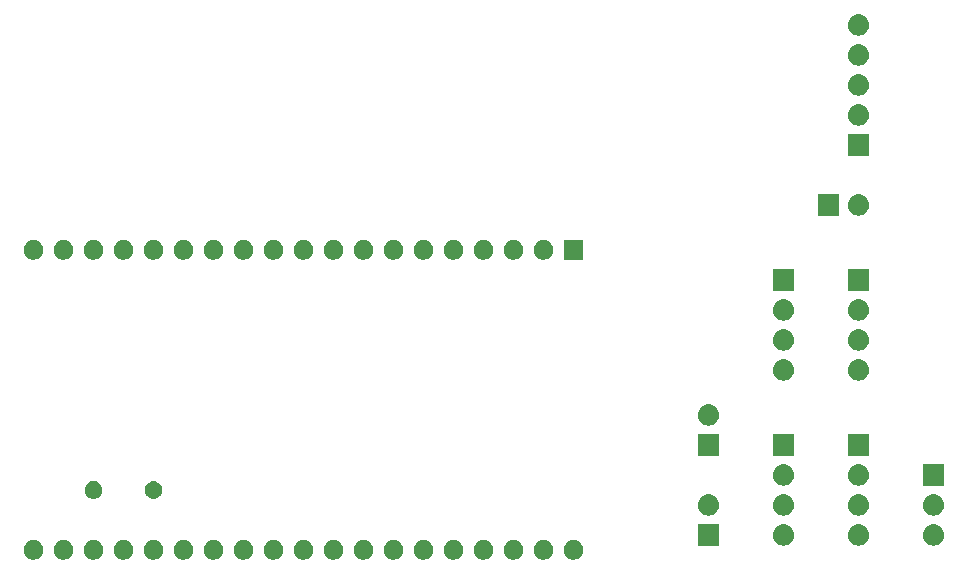
<source format=gbr>
G04 #@! TF.GenerationSoftware,KiCad,Pcbnew,(5.0.1)-4*
G04 #@! TF.CreationDate,2019-04-17T16:34:36+02:00*
G04 #@! TF.ProjectId,esp32roomlabel,6573703332726F6F6D6C6162656C2E6B,rev?*
G04 #@! TF.SameCoordinates,Original*
G04 #@! TF.FileFunction,Soldermask,Top*
G04 #@! TF.FilePolarity,Negative*
%FSLAX46Y46*%
G04 Gerber Fmt 4.6, Leading zero omitted, Abs format (unit mm)*
G04 Created by KiCad (PCBNEW (5.0.1)-4) date 17.04.2019 16:34:36*
%MOMM*%
%LPD*%
G01*
G04 APERTURE LIST*
%ADD10C,0.100000*%
G04 APERTURE END LIST*
D10*
G36*
X112002391Y-126200934D02*
X112002393Y-126200935D01*
X112002394Y-126200935D01*
X112153626Y-126263577D01*
X112153627Y-126263578D01*
X112289735Y-126354522D01*
X112405478Y-126470265D01*
X112405480Y-126470268D01*
X112496423Y-126606374D01*
X112559065Y-126757606D01*
X112591000Y-126918154D01*
X112591000Y-127081846D01*
X112559065Y-127242394D01*
X112496423Y-127393626D01*
X112496422Y-127393627D01*
X112405478Y-127529735D01*
X112289735Y-127645478D01*
X112289732Y-127645480D01*
X112153626Y-127736423D01*
X112002394Y-127799065D01*
X112002393Y-127799065D01*
X112002391Y-127799066D01*
X111841848Y-127831000D01*
X111678152Y-127831000D01*
X111517609Y-127799066D01*
X111517607Y-127799065D01*
X111517606Y-127799065D01*
X111366374Y-127736423D01*
X111230268Y-127645480D01*
X111230265Y-127645478D01*
X111114522Y-127529735D01*
X111023578Y-127393627D01*
X111023577Y-127393626D01*
X110960935Y-127242394D01*
X110929000Y-127081846D01*
X110929000Y-126918154D01*
X110960935Y-126757606D01*
X111023577Y-126606374D01*
X111114520Y-126470268D01*
X111114522Y-126470265D01*
X111230265Y-126354522D01*
X111366373Y-126263578D01*
X111366374Y-126263577D01*
X111517606Y-126200935D01*
X111517607Y-126200935D01*
X111517609Y-126200934D01*
X111678152Y-126169000D01*
X111841848Y-126169000D01*
X112002391Y-126200934D01*
X112002391Y-126200934D01*
G37*
G36*
X89142391Y-126200934D02*
X89142393Y-126200935D01*
X89142394Y-126200935D01*
X89293626Y-126263577D01*
X89293627Y-126263578D01*
X89429735Y-126354522D01*
X89545478Y-126470265D01*
X89545480Y-126470268D01*
X89636423Y-126606374D01*
X89699065Y-126757606D01*
X89731000Y-126918154D01*
X89731000Y-127081846D01*
X89699065Y-127242394D01*
X89636423Y-127393626D01*
X89636422Y-127393627D01*
X89545478Y-127529735D01*
X89429735Y-127645478D01*
X89429732Y-127645480D01*
X89293626Y-127736423D01*
X89142394Y-127799065D01*
X89142393Y-127799065D01*
X89142391Y-127799066D01*
X88981848Y-127831000D01*
X88818152Y-127831000D01*
X88657609Y-127799066D01*
X88657607Y-127799065D01*
X88657606Y-127799065D01*
X88506374Y-127736423D01*
X88370268Y-127645480D01*
X88370265Y-127645478D01*
X88254522Y-127529735D01*
X88163578Y-127393627D01*
X88163577Y-127393626D01*
X88100935Y-127242394D01*
X88069000Y-127081846D01*
X88069000Y-126918154D01*
X88100935Y-126757606D01*
X88163577Y-126606374D01*
X88254520Y-126470268D01*
X88254522Y-126470265D01*
X88370265Y-126354522D01*
X88506373Y-126263578D01*
X88506374Y-126263577D01*
X88657606Y-126200935D01*
X88657607Y-126200935D01*
X88657609Y-126200934D01*
X88818152Y-126169000D01*
X88981848Y-126169000D01*
X89142391Y-126200934D01*
X89142391Y-126200934D01*
G37*
G36*
X106922391Y-126200934D02*
X106922393Y-126200935D01*
X106922394Y-126200935D01*
X107073626Y-126263577D01*
X107073627Y-126263578D01*
X107209735Y-126354522D01*
X107325478Y-126470265D01*
X107325480Y-126470268D01*
X107416423Y-126606374D01*
X107479065Y-126757606D01*
X107511000Y-126918154D01*
X107511000Y-127081846D01*
X107479065Y-127242394D01*
X107416423Y-127393626D01*
X107416422Y-127393627D01*
X107325478Y-127529735D01*
X107209735Y-127645478D01*
X107209732Y-127645480D01*
X107073626Y-127736423D01*
X106922394Y-127799065D01*
X106922393Y-127799065D01*
X106922391Y-127799066D01*
X106761848Y-127831000D01*
X106598152Y-127831000D01*
X106437609Y-127799066D01*
X106437607Y-127799065D01*
X106437606Y-127799065D01*
X106286374Y-127736423D01*
X106150268Y-127645480D01*
X106150265Y-127645478D01*
X106034522Y-127529735D01*
X105943578Y-127393627D01*
X105943577Y-127393626D01*
X105880935Y-127242394D01*
X105849000Y-127081846D01*
X105849000Y-126918154D01*
X105880935Y-126757606D01*
X105943577Y-126606374D01*
X106034520Y-126470268D01*
X106034522Y-126470265D01*
X106150265Y-126354522D01*
X106286373Y-126263578D01*
X106286374Y-126263577D01*
X106437606Y-126200935D01*
X106437607Y-126200935D01*
X106437609Y-126200934D01*
X106598152Y-126169000D01*
X106761848Y-126169000D01*
X106922391Y-126200934D01*
X106922391Y-126200934D01*
G37*
G36*
X104382391Y-126200934D02*
X104382393Y-126200935D01*
X104382394Y-126200935D01*
X104533626Y-126263577D01*
X104533627Y-126263578D01*
X104669735Y-126354522D01*
X104785478Y-126470265D01*
X104785480Y-126470268D01*
X104876423Y-126606374D01*
X104939065Y-126757606D01*
X104971000Y-126918154D01*
X104971000Y-127081846D01*
X104939065Y-127242394D01*
X104876423Y-127393626D01*
X104876422Y-127393627D01*
X104785478Y-127529735D01*
X104669735Y-127645478D01*
X104669732Y-127645480D01*
X104533626Y-127736423D01*
X104382394Y-127799065D01*
X104382393Y-127799065D01*
X104382391Y-127799066D01*
X104221848Y-127831000D01*
X104058152Y-127831000D01*
X103897609Y-127799066D01*
X103897607Y-127799065D01*
X103897606Y-127799065D01*
X103746374Y-127736423D01*
X103610268Y-127645480D01*
X103610265Y-127645478D01*
X103494522Y-127529735D01*
X103403578Y-127393627D01*
X103403577Y-127393626D01*
X103340935Y-127242394D01*
X103309000Y-127081846D01*
X103309000Y-126918154D01*
X103340935Y-126757606D01*
X103403577Y-126606374D01*
X103494520Y-126470268D01*
X103494522Y-126470265D01*
X103610265Y-126354522D01*
X103746373Y-126263578D01*
X103746374Y-126263577D01*
X103897606Y-126200935D01*
X103897607Y-126200935D01*
X103897609Y-126200934D01*
X104058152Y-126169000D01*
X104221848Y-126169000D01*
X104382391Y-126200934D01*
X104382391Y-126200934D01*
G37*
G36*
X101842391Y-126200934D02*
X101842393Y-126200935D01*
X101842394Y-126200935D01*
X101993626Y-126263577D01*
X101993627Y-126263578D01*
X102129735Y-126354522D01*
X102245478Y-126470265D01*
X102245480Y-126470268D01*
X102336423Y-126606374D01*
X102399065Y-126757606D01*
X102431000Y-126918154D01*
X102431000Y-127081846D01*
X102399065Y-127242394D01*
X102336423Y-127393626D01*
X102336422Y-127393627D01*
X102245478Y-127529735D01*
X102129735Y-127645478D01*
X102129732Y-127645480D01*
X101993626Y-127736423D01*
X101842394Y-127799065D01*
X101842393Y-127799065D01*
X101842391Y-127799066D01*
X101681848Y-127831000D01*
X101518152Y-127831000D01*
X101357609Y-127799066D01*
X101357607Y-127799065D01*
X101357606Y-127799065D01*
X101206374Y-127736423D01*
X101070268Y-127645480D01*
X101070265Y-127645478D01*
X100954522Y-127529735D01*
X100863578Y-127393627D01*
X100863577Y-127393626D01*
X100800935Y-127242394D01*
X100769000Y-127081846D01*
X100769000Y-126918154D01*
X100800935Y-126757606D01*
X100863577Y-126606374D01*
X100954520Y-126470268D01*
X100954522Y-126470265D01*
X101070265Y-126354522D01*
X101206373Y-126263578D01*
X101206374Y-126263577D01*
X101357606Y-126200935D01*
X101357607Y-126200935D01*
X101357609Y-126200934D01*
X101518152Y-126169000D01*
X101681848Y-126169000D01*
X101842391Y-126200934D01*
X101842391Y-126200934D01*
G37*
G36*
X99302391Y-126200934D02*
X99302393Y-126200935D01*
X99302394Y-126200935D01*
X99453626Y-126263577D01*
X99453627Y-126263578D01*
X99589735Y-126354522D01*
X99705478Y-126470265D01*
X99705480Y-126470268D01*
X99796423Y-126606374D01*
X99859065Y-126757606D01*
X99891000Y-126918154D01*
X99891000Y-127081846D01*
X99859065Y-127242394D01*
X99796423Y-127393626D01*
X99796422Y-127393627D01*
X99705478Y-127529735D01*
X99589735Y-127645478D01*
X99589732Y-127645480D01*
X99453626Y-127736423D01*
X99302394Y-127799065D01*
X99302393Y-127799065D01*
X99302391Y-127799066D01*
X99141848Y-127831000D01*
X98978152Y-127831000D01*
X98817609Y-127799066D01*
X98817607Y-127799065D01*
X98817606Y-127799065D01*
X98666374Y-127736423D01*
X98530268Y-127645480D01*
X98530265Y-127645478D01*
X98414522Y-127529735D01*
X98323578Y-127393627D01*
X98323577Y-127393626D01*
X98260935Y-127242394D01*
X98229000Y-127081846D01*
X98229000Y-126918154D01*
X98260935Y-126757606D01*
X98323577Y-126606374D01*
X98414520Y-126470268D01*
X98414522Y-126470265D01*
X98530265Y-126354522D01*
X98666373Y-126263578D01*
X98666374Y-126263577D01*
X98817606Y-126200935D01*
X98817607Y-126200935D01*
X98817609Y-126200934D01*
X98978152Y-126169000D01*
X99141848Y-126169000D01*
X99302391Y-126200934D01*
X99302391Y-126200934D01*
G37*
G36*
X96762391Y-126200934D02*
X96762393Y-126200935D01*
X96762394Y-126200935D01*
X96913626Y-126263577D01*
X96913627Y-126263578D01*
X97049735Y-126354522D01*
X97165478Y-126470265D01*
X97165480Y-126470268D01*
X97256423Y-126606374D01*
X97319065Y-126757606D01*
X97351000Y-126918154D01*
X97351000Y-127081846D01*
X97319065Y-127242394D01*
X97256423Y-127393626D01*
X97256422Y-127393627D01*
X97165478Y-127529735D01*
X97049735Y-127645478D01*
X97049732Y-127645480D01*
X96913626Y-127736423D01*
X96762394Y-127799065D01*
X96762393Y-127799065D01*
X96762391Y-127799066D01*
X96601848Y-127831000D01*
X96438152Y-127831000D01*
X96277609Y-127799066D01*
X96277607Y-127799065D01*
X96277606Y-127799065D01*
X96126374Y-127736423D01*
X95990268Y-127645480D01*
X95990265Y-127645478D01*
X95874522Y-127529735D01*
X95783578Y-127393627D01*
X95783577Y-127393626D01*
X95720935Y-127242394D01*
X95689000Y-127081846D01*
X95689000Y-126918154D01*
X95720935Y-126757606D01*
X95783577Y-126606374D01*
X95874520Y-126470268D01*
X95874522Y-126470265D01*
X95990265Y-126354522D01*
X96126373Y-126263578D01*
X96126374Y-126263577D01*
X96277606Y-126200935D01*
X96277607Y-126200935D01*
X96277609Y-126200934D01*
X96438152Y-126169000D01*
X96601848Y-126169000D01*
X96762391Y-126200934D01*
X96762391Y-126200934D01*
G37*
G36*
X94222391Y-126200934D02*
X94222393Y-126200935D01*
X94222394Y-126200935D01*
X94373626Y-126263577D01*
X94373627Y-126263578D01*
X94509735Y-126354522D01*
X94625478Y-126470265D01*
X94625480Y-126470268D01*
X94716423Y-126606374D01*
X94779065Y-126757606D01*
X94811000Y-126918154D01*
X94811000Y-127081846D01*
X94779065Y-127242394D01*
X94716423Y-127393626D01*
X94716422Y-127393627D01*
X94625478Y-127529735D01*
X94509735Y-127645478D01*
X94509732Y-127645480D01*
X94373626Y-127736423D01*
X94222394Y-127799065D01*
X94222393Y-127799065D01*
X94222391Y-127799066D01*
X94061848Y-127831000D01*
X93898152Y-127831000D01*
X93737609Y-127799066D01*
X93737607Y-127799065D01*
X93737606Y-127799065D01*
X93586374Y-127736423D01*
X93450268Y-127645480D01*
X93450265Y-127645478D01*
X93334522Y-127529735D01*
X93243578Y-127393627D01*
X93243577Y-127393626D01*
X93180935Y-127242394D01*
X93149000Y-127081846D01*
X93149000Y-126918154D01*
X93180935Y-126757606D01*
X93243577Y-126606374D01*
X93334520Y-126470268D01*
X93334522Y-126470265D01*
X93450265Y-126354522D01*
X93586373Y-126263578D01*
X93586374Y-126263577D01*
X93737606Y-126200935D01*
X93737607Y-126200935D01*
X93737609Y-126200934D01*
X93898152Y-126169000D01*
X94061848Y-126169000D01*
X94222391Y-126200934D01*
X94222391Y-126200934D01*
G37*
G36*
X91682391Y-126200934D02*
X91682393Y-126200935D01*
X91682394Y-126200935D01*
X91833626Y-126263577D01*
X91833627Y-126263578D01*
X91969735Y-126354522D01*
X92085478Y-126470265D01*
X92085480Y-126470268D01*
X92176423Y-126606374D01*
X92239065Y-126757606D01*
X92271000Y-126918154D01*
X92271000Y-127081846D01*
X92239065Y-127242394D01*
X92176423Y-127393626D01*
X92176422Y-127393627D01*
X92085478Y-127529735D01*
X91969735Y-127645478D01*
X91969732Y-127645480D01*
X91833626Y-127736423D01*
X91682394Y-127799065D01*
X91682393Y-127799065D01*
X91682391Y-127799066D01*
X91521848Y-127831000D01*
X91358152Y-127831000D01*
X91197609Y-127799066D01*
X91197607Y-127799065D01*
X91197606Y-127799065D01*
X91046374Y-127736423D01*
X90910268Y-127645480D01*
X90910265Y-127645478D01*
X90794522Y-127529735D01*
X90703578Y-127393627D01*
X90703577Y-127393626D01*
X90640935Y-127242394D01*
X90609000Y-127081846D01*
X90609000Y-126918154D01*
X90640935Y-126757606D01*
X90703577Y-126606374D01*
X90794520Y-126470268D01*
X90794522Y-126470265D01*
X90910265Y-126354522D01*
X91046373Y-126263578D01*
X91046374Y-126263577D01*
X91197606Y-126200935D01*
X91197607Y-126200935D01*
X91197609Y-126200934D01*
X91358152Y-126169000D01*
X91521848Y-126169000D01*
X91682391Y-126200934D01*
X91682391Y-126200934D01*
G37*
G36*
X109462391Y-126200934D02*
X109462393Y-126200935D01*
X109462394Y-126200935D01*
X109613626Y-126263577D01*
X109613627Y-126263578D01*
X109749735Y-126354522D01*
X109865478Y-126470265D01*
X109865480Y-126470268D01*
X109956423Y-126606374D01*
X110019065Y-126757606D01*
X110051000Y-126918154D01*
X110051000Y-127081846D01*
X110019065Y-127242394D01*
X109956423Y-127393626D01*
X109956422Y-127393627D01*
X109865478Y-127529735D01*
X109749735Y-127645478D01*
X109749732Y-127645480D01*
X109613626Y-127736423D01*
X109462394Y-127799065D01*
X109462393Y-127799065D01*
X109462391Y-127799066D01*
X109301848Y-127831000D01*
X109138152Y-127831000D01*
X108977609Y-127799066D01*
X108977607Y-127799065D01*
X108977606Y-127799065D01*
X108826374Y-127736423D01*
X108690268Y-127645480D01*
X108690265Y-127645478D01*
X108574522Y-127529735D01*
X108483578Y-127393627D01*
X108483577Y-127393626D01*
X108420935Y-127242394D01*
X108389000Y-127081846D01*
X108389000Y-126918154D01*
X108420935Y-126757606D01*
X108483577Y-126606374D01*
X108574520Y-126470268D01*
X108574522Y-126470265D01*
X108690265Y-126354522D01*
X108826373Y-126263578D01*
X108826374Y-126263577D01*
X108977606Y-126200935D01*
X108977607Y-126200935D01*
X108977609Y-126200934D01*
X109138152Y-126169000D01*
X109301848Y-126169000D01*
X109462391Y-126200934D01*
X109462391Y-126200934D01*
G37*
G36*
X84062391Y-126200934D02*
X84062393Y-126200935D01*
X84062394Y-126200935D01*
X84213626Y-126263577D01*
X84213627Y-126263578D01*
X84349735Y-126354522D01*
X84465478Y-126470265D01*
X84465480Y-126470268D01*
X84556423Y-126606374D01*
X84619065Y-126757606D01*
X84651000Y-126918154D01*
X84651000Y-127081846D01*
X84619065Y-127242394D01*
X84556423Y-127393626D01*
X84556422Y-127393627D01*
X84465478Y-127529735D01*
X84349735Y-127645478D01*
X84349732Y-127645480D01*
X84213626Y-127736423D01*
X84062394Y-127799065D01*
X84062393Y-127799065D01*
X84062391Y-127799066D01*
X83901848Y-127831000D01*
X83738152Y-127831000D01*
X83577609Y-127799066D01*
X83577607Y-127799065D01*
X83577606Y-127799065D01*
X83426374Y-127736423D01*
X83290268Y-127645480D01*
X83290265Y-127645478D01*
X83174522Y-127529735D01*
X83083578Y-127393627D01*
X83083577Y-127393626D01*
X83020935Y-127242394D01*
X82989000Y-127081846D01*
X82989000Y-126918154D01*
X83020935Y-126757606D01*
X83083577Y-126606374D01*
X83174520Y-126470268D01*
X83174522Y-126470265D01*
X83290265Y-126354522D01*
X83426373Y-126263578D01*
X83426374Y-126263577D01*
X83577606Y-126200935D01*
X83577607Y-126200935D01*
X83577609Y-126200934D01*
X83738152Y-126169000D01*
X83901848Y-126169000D01*
X84062391Y-126200934D01*
X84062391Y-126200934D01*
G37*
G36*
X66282391Y-126200934D02*
X66282393Y-126200935D01*
X66282394Y-126200935D01*
X66433626Y-126263577D01*
X66433627Y-126263578D01*
X66569735Y-126354522D01*
X66685478Y-126470265D01*
X66685480Y-126470268D01*
X66776423Y-126606374D01*
X66839065Y-126757606D01*
X66871000Y-126918154D01*
X66871000Y-127081846D01*
X66839065Y-127242394D01*
X66776423Y-127393626D01*
X66776422Y-127393627D01*
X66685478Y-127529735D01*
X66569735Y-127645478D01*
X66569732Y-127645480D01*
X66433626Y-127736423D01*
X66282394Y-127799065D01*
X66282393Y-127799065D01*
X66282391Y-127799066D01*
X66121848Y-127831000D01*
X65958152Y-127831000D01*
X65797609Y-127799066D01*
X65797607Y-127799065D01*
X65797606Y-127799065D01*
X65646374Y-127736423D01*
X65510268Y-127645480D01*
X65510265Y-127645478D01*
X65394522Y-127529735D01*
X65303578Y-127393627D01*
X65303577Y-127393626D01*
X65240935Y-127242394D01*
X65209000Y-127081846D01*
X65209000Y-126918154D01*
X65240935Y-126757606D01*
X65303577Y-126606374D01*
X65394520Y-126470268D01*
X65394522Y-126470265D01*
X65510265Y-126354522D01*
X65646373Y-126263578D01*
X65646374Y-126263577D01*
X65797606Y-126200935D01*
X65797607Y-126200935D01*
X65797609Y-126200934D01*
X65958152Y-126169000D01*
X66121848Y-126169000D01*
X66282391Y-126200934D01*
X66282391Y-126200934D01*
G37*
G36*
X68822391Y-126200934D02*
X68822393Y-126200935D01*
X68822394Y-126200935D01*
X68973626Y-126263577D01*
X68973627Y-126263578D01*
X69109735Y-126354522D01*
X69225478Y-126470265D01*
X69225480Y-126470268D01*
X69316423Y-126606374D01*
X69379065Y-126757606D01*
X69411000Y-126918154D01*
X69411000Y-127081846D01*
X69379065Y-127242394D01*
X69316423Y-127393626D01*
X69316422Y-127393627D01*
X69225478Y-127529735D01*
X69109735Y-127645478D01*
X69109732Y-127645480D01*
X68973626Y-127736423D01*
X68822394Y-127799065D01*
X68822393Y-127799065D01*
X68822391Y-127799066D01*
X68661848Y-127831000D01*
X68498152Y-127831000D01*
X68337609Y-127799066D01*
X68337607Y-127799065D01*
X68337606Y-127799065D01*
X68186374Y-127736423D01*
X68050268Y-127645480D01*
X68050265Y-127645478D01*
X67934522Y-127529735D01*
X67843578Y-127393627D01*
X67843577Y-127393626D01*
X67780935Y-127242394D01*
X67749000Y-127081846D01*
X67749000Y-126918154D01*
X67780935Y-126757606D01*
X67843577Y-126606374D01*
X67934520Y-126470268D01*
X67934522Y-126470265D01*
X68050265Y-126354522D01*
X68186373Y-126263578D01*
X68186374Y-126263577D01*
X68337606Y-126200935D01*
X68337607Y-126200935D01*
X68337609Y-126200934D01*
X68498152Y-126169000D01*
X68661848Y-126169000D01*
X68822391Y-126200934D01*
X68822391Y-126200934D01*
G37*
G36*
X71362391Y-126200934D02*
X71362393Y-126200935D01*
X71362394Y-126200935D01*
X71513626Y-126263577D01*
X71513627Y-126263578D01*
X71649735Y-126354522D01*
X71765478Y-126470265D01*
X71765480Y-126470268D01*
X71856423Y-126606374D01*
X71919065Y-126757606D01*
X71951000Y-126918154D01*
X71951000Y-127081846D01*
X71919065Y-127242394D01*
X71856423Y-127393626D01*
X71856422Y-127393627D01*
X71765478Y-127529735D01*
X71649735Y-127645478D01*
X71649732Y-127645480D01*
X71513626Y-127736423D01*
X71362394Y-127799065D01*
X71362393Y-127799065D01*
X71362391Y-127799066D01*
X71201848Y-127831000D01*
X71038152Y-127831000D01*
X70877609Y-127799066D01*
X70877607Y-127799065D01*
X70877606Y-127799065D01*
X70726374Y-127736423D01*
X70590268Y-127645480D01*
X70590265Y-127645478D01*
X70474522Y-127529735D01*
X70383578Y-127393627D01*
X70383577Y-127393626D01*
X70320935Y-127242394D01*
X70289000Y-127081846D01*
X70289000Y-126918154D01*
X70320935Y-126757606D01*
X70383577Y-126606374D01*
X70474520Y-126470268D01*
X70474522Y-126470265D01*
X70590265Y-126354522D01*
X70726373Y-126263578D01*
X70726374Y-126263577D01*
X70877606Y-126200935D01*
X70877607Y-126200935D01*
X70877609Y-126200934D01*
X71038152Y-126169000D01*
X71201848Y-126169000D01*
X71362391Y-126200934D01*
X71362391Y-126200934D01*
G37*
G36*
X73902391Y-126200934D02*
X73902393Y-126200935D01*
X73902394Y-126200935D01*
X74053626Y-126263577D01*
X74053627Y-126263578D01*
X74189735Y-126354522D01*
X74305478Y-126470265D01*
X74305480Y-126470268D01*
X74396423Y-126606374D01*
X74459065Y-126757606D01*
X74491000Y-126918154D01*
X74491000Y-127081846D01*
X74459065Y-127242394D01*
X74396423Y-127393626D01*
X74396422Y-127393627D01*
X74305478Y-127529735D01*
X74189735Y-127645478D01*
X74189732Y-127645480D01*
X74053626Y-127736423D01*
X73902394Y-127799065D01*
X73902393Y-127799065D01*
X73902391Y-127799066D01*
X73741848Y-127831000D01*
X73578152Y-127831000D01*
X73417609Y-127799066D01*
X73417607Y-127799065D01*
X73417606Y-127799065D01*
X73266374Y-127736423D01*
X73130268Y-127645480D01*
X73130265Y-127645478D01*
X73014522Y-127529735D01*
X72923578Y-127393627D01*
X72923577Y-127393626D01*
X72860935Y-127242394D01*
X72829000Y-127081846D01*
X72829000Y-126918154D01*
X72860935Y-126757606D01*
X72923577Y-126606374D01*
X73014520Y-126470268D01*
X73014522Y-126470265D01*
X73130265Y-126354522D01*
X73266373Y-126263578D01*
X73266374Y-126263577D01*
X73417606Y-126200935D01*
X73417607Y-126200935D01*
X73417609Y-126200934D01*
X73578152Y-126169000D01*
X73741848Y-126169000D01*
X73902391Y-126200934D01*
X73902391Y-126200934D01*
G37*
G36*
X78982391Y-126200934D02*
X78982393Y-126200935D01*
X78982394Y-126200935D01*
X79133626Y-126263577D01*
X79133627Y-126263578D01*
X79269735Y-126354522D01*
X79385478Y-126470265D01*
X79385480Y-126470268D01*
X79476423Y-126606374D01*
X79539065Y-126757606D01*
X79571000Y-126918154D01*
X79571000Y-127081846D01*
X79539065Y-127242394D01*
X79476423Y-127393626D01*
X79476422Y-127393627D01*
X79385478Y-127529735D01*
X79269735Y-127645478D01*
X79269732Y-127645480D01*
X79133626Y-127736423D01*
X78982394Y-127799065D01*
X78982393Y-127799065D01*
X78982391Y-127799066D01*
X78821848Y-127831000D01*
X78658152Y-127831000D01*
X78497609Y-127799066D01*
X78497607Y-127799065D01*
X78497606Y-127799065D01*
X78346374Y-127736423D01*
X78210268Y-127645480D01*
X78210265Y-127645478D01*
X78094522Y-127529735D01*
X78003578Y-127393627D01*
X78003577Y-127393626D01*
X77940935Y-127242394D01*
X77909000Y-127081846D01*
X77909000Y-126918154D01*
X77940935Y-126757606D01*
X78003577Y-126606374D01*
X78094520Y-126470268D01*
X78094522Y-126470265D01*
X78210265Y-126354522D01*
X78346373Y-126263578D01*
X78346374Y-126263577D01*
X78497606Y-126200935D01*
X78497607Y-126200935D01*
X78497609Y-126200934D01*
X78658152Y-126169000D01*
X78821848Y-126169000D01*
X78982391Y-126200934D01*
X78982391Y-126200934D01*
G37*
G36*
X86602391Y-126200934D02*
X86602393Y-126200935D01*
X86602394Y-126200935D01*
X86753626Y-126263577D01*
X86753627Y-126263578D01*
X86889735Y-126354522D01*
X87005478Y-126470265D01*
X87005480Y-126470268D01*
X87096423Y-126606374D01*
X87159065Y-126757606D01*
X87191000Y-126918154D01*
X87191000Y-127081846D01*
X87159065Y-127242394D01*
X87096423Y-127393626D01*
X87096422Y-127393627D01*
X87005478Y-127529735D01*
X86889735Y-127645478D01*
X86889732Y-127645480D01*
X86753626Y-127736423D01*
X86602394Y-127799065D01*
X86602393Y-127799065D01*
X86602391Y-127799066D01*
X86441848Y-127831000D01*
X86278152Y-127831000D01*
X86117609Y-127799066D01*
X86117607Y-127799065D01*
X86117606Y-127799065D01*
X85966374Y-127736423D01*
X85830268Y-127645480D01*
X85830265Y-127645478D01*
X85714522Y-127529735D01*
X85623578Y-127393627D01*
X85623577Y-127393626D01*
X85560935Y-127242394D01*
X85529000Y-127081846D01*
X85529000Y-126918154D01*
X85560935Y-126757606D01*
X85623577Y-126606374D01*
X85714520Y-126470268D01*
X85714522Y-126470265D01*
X85830265Y-126354522D01*
X85966373Y-126263578D01*
X85966374Y-126263577D01*
X86117606Y-126200935D01*
X86117607Y-126200935D01*
X86117609Y-126200934D01*
X86278152Y-126169000D01*
X86441848Y-126169000D01*
X86602391Y-126200934D01*
X86602391Y-126200934D01*
G37*
G36*
X76442391Y-126200934D02*
X76442393Y-126200935D01*
X76442394Y-126200935D01*
X76593626Y-126263577D01*
X76593627Y-126263578D01*
X76729735Y-126354522D01*
X76845478Y-126470265D01*
X76845480Y-126470268D01*
X76936423Y-126606374D01*
X76999065Y-126757606D01*
X77031000Y-126918154D01*
X77031000Y-127081846D01*
X76999065Y-127242394D01*
X76936423Y-127393626D01*
X76936422Y-127393627D01*
X76845478Y-127529735D01*
X76729735Y-127645478D01*
X76729732Y-127645480D01*
X76593626Y-127736423D01*
X76442394Y-127799065D01*
X76442393Y-127799065D01*
X76442391Y-127799066D01*
X76281848Y-127831000D01*
X76118152Y-127831000D01*
X75957609Y-127799066D01*
X75957607Y-127799065D01*
X75957606Y-127799065D01*
X75806374Y-127736423D01*
X75670268Y-127645480D01*
X75670265Y-127645478D01*
X75554522Y-127529735D01*
X75463578Y-127393627D01*
X75463577Y-127393626D01*
X75400935Y-127242394D01*
X75369000Y-127081846D01*
X75369000Y-126918154D01*
X75400935Y-126757606D01*
X75463577Y-126606374D01*
X75554520Y-126470268D01*
X75554522Y-126470265D01*
X75670265Y-126354522D01*
X75806373Y-126263578D01*
X75806374Y-126263577D01*
X75957606Y-126200935D01*
X75957607Y-126200935D01*
X75957609Y-126200934D01*
X76118152Y-126169000D01*
X76281848Y-126169000D01*
X76442391Y-126200934D01*
X76442391Y-126200934D01*
G37*
G36*
X81522391Y-126200934D02*
X81522393Y-126200935D01*
X81522394Y-126200935D01*
X81673626Y-126263577D01*
X81673627Y-126263578D01*
X81809735Y-126354522D01*
X81925478Y-126470265D01*
X81925480Y-126470268D01*
X82016423Y-126606374D01*
X82079065Y-126757606D01*
X82111000Y-126918154D01*
X82111000Y-127081846D01*
X82079065Y-127242394D01*
X82016423Y-127393626D01*
X82016422Y-127393627D01*
X81925478Y-127529735D01*
X81809735Y-127645478D01*
X81809732Y-127645480D01*
X81673626Y-127736423D01*
X81522394Y-127799065D01*
X81522393Y-127799065D01*
X81522391Y-127799066D01*
X81361848Y-127831000D01*
X81198152Y-127831000D01*
X81037609Y-127799066D01*
X81037607Y-127799065D01*
X81037606Y-127799065D01*
X80886374Y-127736423D01*
X80750268Y-127645480D01*
X80750265Y-127645478D01*
X80634522Y-127529735D01*
X80543578Y-127393627D01*
X80543577Y-127393626D01*
X80480935Y-127242394D01*
X80449000Y-127081846D01*
X80449000Y-126918154D01*
X80480935Y-126757606D01*
X80543577Y-126606374D01*
X80634520Y-126470268D01*
X80634522Y-126470265D01*
X80750265Y-126354522D01*
X80886373Y-126263578D01*
X80886374Y-126263577D01*
X81037606Y-126200935D01*
X81037607Y-126200935D01*
X81037609Y-126200934D01*
X81198152Y-126169000D01*
X81361848Y-126169000D01*
X81522391Y-126200934D01*
X81522391Y-126200934D01*
G37*
G36*
X142350443Y-124835519D02*
X142416627Y-124842037D01*
X142529853Y-124876384D01*
X142586467Y-124893557D01*
X142725087Y-124967652D01*
X142742991Y-124977222D01*
X142778729Y-125006552D01*
X142880186Y-125089814D01*
X142963448Y-125191271D01*
X142992778Y-125227009D01*
X142992779Y-125227011D01*
X143076443Y-125383533D01*
X143076443Y-125383534D01*
X143127963Y-125553373D01*
X143145359Y-125730000D01*
X143127963Y-125906627D01*
X143093616Y-126019853D01*
X143076443Y-126076467D01*
X143026982Y-126169000D01*
X142992778Y-126232991D01*
X142967676Y-126263578D01*
X142880186Y-126370186D01*
X142778729Y-126453448D01*
X142742991Y-126482778D01*
X142742989Y-126482779D01*
X142586467Y-126566443D01*
X142529853Y-126583616D01*
X142416627Y-126617963D01*
X142350442Y-126624482D01*
X142284260Y-126631000D01*
X142195740Y-126631000D01*
X142129558Y-126624482D01*
X142063373Y-126617963D01*
X141950147Y-126583616D01*
X141893533Y-126566443D01*
X141737011Y-126482779D01*
X141737009Y-126482778D01*
X141701271Y-126453448D01*
X141599814Y-126370186D01*
X141512324Y-126263578D01*
X141487222Y-126232991D01*
X141453018Y-126169000D01*
X141403557Y-126076467D01*
X141386384Y-126019853D01*
X141352037Y-125906627D01*
X141334641Y-125730000D01*
X141352037Y-125553373D01*
X141403557Y-125383534D01*
X141403557Y-125383533D01*
X141487221Y-125227011D01*
X141487222Y-125227009D01*
X141516552Y-125191271D01*
X141599814Y-125089814D01*
X141701271Y-125006552D01*
X141737009Y-124977222D01*
X141754913Y-124967652D01*
X141893533Y-124893557D01*
X141950147Y-124876384D01*
X142063373Y-124842037D01*
X142129557Y-124835519D01*
X142195740Y-124829000D01*
X142284260Y-124829000D01*
X142350443Y-124835519D01*
X142350443Y-124835519D01*
G37*
G36*
X129650443Y-124835519D02*
X129716627Y-124842037D01*
X129829853Y-124876384D01*
X129886467Y-124893557D01*
X130025087Y-124967652D01*
X130042991Y-124977222D01*
X130078729Y-125006552D01*
X130180186Y-125089814D01*
X130263448Y-125191271D01*
X130292778Y-125227009D01*
X130292779Y-125227011D01*
X130376443Y-125383533D01*
X130376443Y-125383534D01*
X130427963Y-125553373D01*
X130445359Y-125730000D01*
X130427963Y-125906627D01*
X130393616Y-126019853D01*
X130376443Y-126076467D01*
X130326982Y-126169000D01*
X130292778Y-126232991D01*
X130267676Y-126263578D01*
X130180186Y-126370186D01*
X130078729Y-126453448D01*
X130042991Y-126482778D01*
X130042989Y-126482779D01*
X129886467Y-126566443D01*
X129829853Y-126583616D01*
X129716627Y-126617963D01*
X129650442Y-126624482D01*
X129584260Y-126631000D01*
X129495740Y-126631000D01*
X129429558Y-126624482D01*
X129363373Y-126617963D01*
X129250147Y-126583616D01*
X129193533Y-126566443D01*
X129037011Y-126482779D01*
X129037009Y-126482778D01*
X129001271Y-126453448D01*
X128899814Y-126370186D01*
X128812324Y-126263578D01*
X128787222Y-126232991D01*
X128753018Y-126169000D01*
X128703557Y-126076467D01*
X128686384Y-126019853D01*
X128652037Y-125906627D01*
X128634641Y-125730000D01*
X128652037Y-125553373D01*
X128703557Y-125383534D01*
X128703557Y-125383533D01*
X128787221Y-125227011D01*
X128787222Y-125227009D01*
X128816552Y-125191271D01*
X128899814Y-125089814D01*
X129001271Y-125006552D01*
X129037009Y-124977222D01*
X129054913Y-124967652D01*
X129193533Y-124893557D01*
X129250147Y-124876384D01*
X129363373Y-124842037D01*
X129429557Y-124835519D01*
X129495740Y-124829000D01*
X129584260Y-124829000D01*
X129650443Y-124835519D01*
X129650443Y-124835519D01*
G37*
G36*
X124091000Y-126631000D02*
X122289000Y-126631000D01*
X122289000Y-124829000D01*
X124091000Y-124829000D01*
X124091000Y-126631000D01*
X124091000Y-126631000D01*
G37*
G36*
X136000443Y-124835519D02*
X136066627Y-124842037D01*
X136179853Y-124876384D01*
X136236467Y-124893557D01*
X136375087Y-124967652D01*
X136392991Y-124977222D01*
X136428729Y-125006552D01*
X136530186Y-125089814D01*
X136613448Y-125191271D01*
X136642778Y-125227009D01*
X136642779Y-125227011D01*
X136726443Y-125383533D01*
X136726443Y-125383534D01*
X136777963Y-125553373D01*
X136795359Y-125730000D01*
X136777963Y-125906627D01*
X136743616Y-126019853D01*
X136726443Y-126076467D01*
X136676982Y-126169000D01*
X136642778Y-126232991D01*
X136617676Y-126263578D01*
X136530186Y-126370186D01*
X136428729Y-126453448D01*
X136392991Y-126482778D01*
X136392989Y-126482779D01*
X136236467Y-126566443D01*
X136179853Y-126583616D01*
X136066627Y-126617963D01*
X136000442Y-126624482D01*
X135934260Y-126631000D01*
X135845740Y-126631000D01*
X135779558Y-126624482D01*
X135713373Y-126617963D01*
X135600147Y-126583616D01*
X135543533Y-126566443D01*
X135387011Y-126482779D01*
X135387009Y-126482778D01*
X135351271Y-126453448D01*
X135249814Y-126370186D01*
X135162324Y-126263578D01*
X135137222Y-126232991D01*
X135103018Y-126169000D01*
X135053557Y-126076467D01*
X135036384Y-126019853D01*
X135002037Y-125906627D01*
X134984641Y-125730000D01*
X135002037Y-125553373D01*
X135053557Y-125383534D01*
X135053557Y-125383533D01*
X135137221Y-125227011D01*
X135137222Y-125227009D01*
X135166552Y-125191271D01*
X135249814Y-125089814D01*
X135351271Y-125006552D01*
X135387009Y-124977222D01*
X135404913Y-124967652D01*
X135543533Y-124893557D01*
X135600147Y-124876384D01*
X135713373Y-124842037D01*
X135779557Y-124835519D01*
X135845740Y-124829000D01*
X135934260Y-124829000D01*
X136000443Y-124835519D01*
X136000443Y-124835519D01*
G37*
G36*
X142350443Y-122295519D02*
X142416627Y-122302037D01*
X142529853Y-122336384D01*
X142586467Y-122353557D01*
X142670993Y-122398738D01*
X142742991Y-122437222D01*
X142778729Y-122466552D01*
X142880186Y-122549814D01*
X142935479Y-122617190D01*
X142992778Y-122687009D01*
X142992779Y-122687011D01*
X143076443Y-122843533D01*
X143076443Y-122843534D01*
X143127963Y-123013373D01*
X143145359Y-123190000D01*
X143127963Y-123366627D01*
X143093616Y-123479853D01*
X143076443Y-123536467D01*
X143002348Y-123675087D01*
X142992778Y-123692991D01*
X142963448Y-123728729D01*
X142880186Y-123830186D01*
X142778729Y-123913448D01*
X142742991Y-123942778D01*
X142742989Y-123942779D01*
X142586467Y-124026443D01*
X142529853Y-124043616D01*
X142416627Y-124077963D01*
X142350442Y-124084482D01*
X142284260Y-124091000D01*
X142195740Y-124091000D01*
X142129558Y-124084482D01*
X142063373Y-124077963D01*
X141950147Y-124043616D01*
X141893533Y-124026443D01*
X141737011Y-123942779D01*
X141737009Y-123942778D01*
X141701271Y-123913448D01*
X141599814Y-123830186D01*
X141516552Y-123728729D01*
X141487222Y-123692991D01*
X141477652Y-123675087D01*
X141403557Y-123536467D01*
X141386384Y-123479853D01*
X141352037Y-123366627D01*
X141334641Y-123190000D01*
X141352037Y-123013373D01*
X141403557Y-122843534D01*
X141403557Y-122843533D01*
X141487221Y-122687011D01*
X141487222Y-122687009D01*
X141544521Y-122617190D01*
X141599814Y-122549814D01*
X141701271Y-122466552D01*
X141737009Y-122437222D01*
X141809007Y-122398738D01*
X141893533Y-122353557D01*
X141950147Y-122336384D01*
X142063373Y-122302037D01*
X142129557Y-122295519D01*
X142195740Y-122289000D01*
X142284260Y-122289000D01*
X142350443Y-122295519D01*
X142350443Y-122295519D01*
G37*
G36*
X129650443Y-122295519D02*
X129716627Y-122302037D01*
X129829853Y-122336384D01*
X129886467Y-122353557D01*
X129970993Y-122398738D01*
X130042991Y-122437222D01*
X130078729Y-122466552D01*
X130180186Y-122549814D01*
X130235479Y-122617190D01*
X130292778Y-122687009D01*
X130292779Y-122687011D01*
X130376443Y-122843533D01*
X130376443Y-122843534D01*
X130427963Y-123013373D01*
X130445359Y-123190000D01*
X130427963Y-123366627D01*
X130393616Y-123479853D01*
X130376443Y-123536467D01*
X130302348Y-123675087D01*
X130292778Y-123692991D01*
X130263448Y-123728729D01*
X130180186Y-123830186D01*
X130078729Y-123913448D01*
X130042991Y-123942778D01*
X130042989Y-123942779D01*
X129886467Y-124026443D01*
X129829853Y-124043616D01*
X129716627Y-124077963D01*
X129650442Y-124084482D01*
X129584260Y-124091000D01*
X129495740Y-124091000D01*
X129429558Y-124084482D01*
X129363373Y-124077963D01*
X129250147Y-124043616D01*
X129193533Y-124026443D01*
X129037011Y-123942779D01*
X129037009Y-123942778D01*
X129001271Y-123913448D01*
X128899814Y-123830186D01*
X128816552Y-123728729D01*
X128787222Y-123692991D01*
X128777652Y-123675087D01*
X128703557Y-123536467D01*
X128686384Y-123479853D01*
X128652037Y-123366627D01*
X128634641Y-123190000D01*
X128652037Y-123013373D01*
X128703557Y-122843534D01*
X128703557Y-122843533D01*
X128787221Y-122687011D01*
X128787222Y-122687009D01*
X128844521Y-122617190D01*
X128899814Y-122549814D01*
X129001271Y-122466552D01*
X129037009Y-122437222D01*
X129109007Y-122398738D01*
X129193533Y-122353557D01*
X129250147Y-122336384D01*
X129363373Y-122302037D01*
X129429557Y-122295519D01*
X129495740Y-122289000D01*
X129584260Y-122289000D01*
X129650443Y-122295519D01*
X129650443Y-122295519D01*
G37*
G36*
X136000443Y-122295519D02*
X136066627Y-122302037D01*
X136179853Y-122336384D01*
X136236467Y-122353557D01*
X136320993Y-122398738D01*
X136392991Y-122437222D01*
X136428729Y-122466552D01*
X136530186Y-122549814D01*
X136585479Y-122617190D01*
X136642778Y-122687009D01*
X136642779Y-122687011D01*
X136726443Y-122843533D01*
X136726443Y-122843534D01*
X136777963Y-123013373D01*
X136795359Y-123190000D01*
X136777963Y-123366627D01*
X136743616Y-123479853D01*
X136726443Y-123536467D01*
X136652348Y-123675087D01*
X136642778Y-123692991D01*
X136613448Y-123728729D01*
X136530186Y-123830186D01*
X136428729Y-123913448D01*
X136392991Y-123942778D01*
X136392989Y-123942779D01*
X136236467Y-124026443D01*
X136179853Y-124043616D01*
X136066627Y-124077963D01*
X136000442Y-124084482D01*
X135934260Y-124091000D01*
X135845740Y-124091000D01*
X135779558Y-124084482D01*
X135713373Y-124077963D01*
X135600147Y-124043616D01*
X135543533Y-124026443D01*
X135387011Y-123942779D01*
X135387009Y-123942778D01*
X135351271Y-123913448D01*
X135249814Y-123830186D01*
X135166552Y-123728729D01*
X135137222Y-123692991D01*
X135127652Y-123675087D01*
X135053557Y-123536467D01*
X135036384Y-123479853D01*
X135002037Y-123366627D01*
X134984641Y-123190000D01*
X135002037Y-123013373D01*
X135053557Y-122843534D01*
X135053557Y-122843533D01*
X135137221Y-122687011D01*
X135137222Y-122687009D01*
X135194521Y-122617190D01*
X135249814Y-122549814D01*
X135351271Y-122466552D01*
X135387009Y-122437222D01*
X135459007Y-122398738D01*
X135543533Y-122353557D01*
X135600147Y-122336384D01*
X135713373Y-122302037D01*
X135779557Y-122295519D01*
X135845740Y-122289000D01*
X135934260Y-122289000D01*
X136000443Y-122295519D01*
X136000443Y-122295519D01*
G37*
G36*
X123300443Y-122295519D02*
X123366627Y-122302037D01*
X123479853Y-122336384D01*
X123536467Y-122353557D01*
X123620993Y-122398738D01*
X123692991Y-122437222D01*
X123728729Y-122466552D01*
X123830186Y-122549814D01*
X123885479Y-122617190D01*
X123942778Y-122687009D01*
X123942779Y-122687011D01*
X124026443Y-122843533D01*
X124026443Y-122843534D01*
X124077963Y-123013373D01*
X124095359Y-123190000D01*
X124077963Y-123366627D01*
X124043616Y-123479853D01*
X124026443Y-123536467D01*
X123952348Y-123675087D01*
X123942778Y-123692991D01*
X123913448Y-123728729D01*
X123830186Y-123830186D01*
X123728729Y-123913448D01*
X123692991Y-123942778D01*
X123692989Y-123942779D01*
X123536467Y-124026443D01*
X123479853Y-124043616D01*
X123366627Y-124077963D01*
X123300442Y-124084482D01*
X123234260Y-124091000D01*
X123145740Y-124091000D01*
X123079558Y-124084482D01*
X123013373Y-124077963D01*
X122900147Y-124043616D01*
X122843533Y-124026443D01*
X122687011Y-123942779D01*
X122687009Y-123942778D01*
X122651271Y-123913448D01*
X122549814Y-123830186D01*
X122466552Y-123728729D01*
X122437222Y-123692991D01*
X122427652Y-123675087D01*
X122353557Y-123536467D01*
X122336384Y-123479853D01*
X122302037Y-123366627D01*
X122284641Y-123190000D01*
X122302037Y-123013373D01*
X122353557Y-122843534D01*
X122353557Y-122843533D01*
X122437221Y-122687011D01*
X122437222Y-122687009D01*
X122494521Y-122617190D01*
X122549814Y-122549814D01*
X122651271Y-122466552D01*
X122687009Y-122437222D01*
X122759007Y-122398738D01*
X122843533Y-122353557D01*
X122900147Y-122336384D01*
X123013373Y-122302037D01*
X123079557Y-122295519D01*
X123145740Y-122289000D01*
X123234260Y-122289000D01*
X123300443Y-122295519D01*
X123300443Y-122295519D01*
G37*
G36*
X71248600Y-121179867D02*
X71339059Y-121197860D01*
X71475732Y-121254472D01*
X71532715Y-121292547D01*
X71598738Y-121336662D01*
X71703338Y-121441262D01*
X71703340Y-121441265D01*
X71785528Y-121564268D01*
X71842140Y-121700941D01*
X71871000Y-121846033D01*
X71871000Y-121993967D01*
X71842140Y-122139059D01*
X71785528Y-122275732D01*
X71733527Y-122353557D01*
X71703338Y-122398738D01*
X71598738Y-122503338D01*
X71598735Y-122503340D01*
X71475732Y-122585528D01*
X71339059Y-122642140D01*
X71252004Y-122659456D01*
X71193969Y-122671000D01*
X71046031Y-122671000D01*
X70987996Y-122659456D01*
X70900941Y-122642140D01*
X70764268Y-122585528D01*
X70641265Y-122503340D01*
X70641262Y-122503338D01*
X70536662Y-122398738D01*
X70506473Y-122353557D01*
X70454472Y-122275732D01*
X70397860Y-122139059D01*
X70369000Y-121993967D01*
X70369000Y-121846033D01*
X70397860Y-121700941D01*
X70454472Y-121564268D01*
X70536660Y-121441265D01*
X70536662Y-121441262D01*
X70641262Y-121336662D01*
X70707285Y-121292547D01*
X70764268Y-121254472D01*
X70900941Y-121197860D01*
X70991400Y-121179867D01*
X71046031Y-121169000D01*
X71193969Y-121169000D01*
X71248600Y-121179867D01*
X71248600Y-121179867D01*
G37*
G36*
X76273665Y-121172622D02*
X76347222Y-121179867D01*
X76488786Y-121222810D01*
X76619252Y-121292546D01*
X76733606Y-121386394D01*
X76827454Y-121500748D01*
X76897190Y-121631214D01*
X76940133Y-121772778D01*
X76954633Y-121920000D01*
X76940133Y-122067222D01*
X76897190Y-122208786D01*
X76827454Y-122339252D01*
X76733606Y-122453606D01*
X76619252Y-122547454D01*
X76488786Y-122617190D01*
X76347222Y-122660133D01*
X76273665Y-122667378D01*
X76236888Y-122671000D01*
X76163112Y-122671000D01*
X76126335Y-122667378D01*
X76052778Y-122660133D01*
X75911214Y-122617190D01*
X75780748Y-122547454D01*
X75666394Y-122453606D01*
X75572546Y-122339252D01*
X75502810Y-122208786D01*
X75459867Y-122067222D01*
X75445367Y-121920000D01*
X75459867Y-121772778D01*
X75502810Y-121631214D01*
X75572546Y-121500748D01*
X75666394Y-121386394D01*
X75780748Y-121292546D01*
X75911214Y-121222810D01*
X76052778Y-121179867D01*
X76126335Y-121172622D01*
X76163112Y-121169000D01*
X76236888Y-121169000D01*
X76273665Y-121172622D01*
X76273665Y-121172622D01*
G37*
G36*
X143141000Y-121551000D02*
X141339000Y-121551000D01*
X141339000Y-119749000D01*
X143141000Y-119749000D01*
X143141000Y-121551000D01*
X143141000Y-121551000D01*
G37*
G36*
X136000442Y-119755518D02*
X136066627Y-119762037D01*
X136179853Y-119796384D01*
X136236467Y-119813557D01*
X136375087Y-119887652D01*
X136392991Y-119897222D01*
X136428729Y-119926552D01*
X136530186Y-120009814D01*
X136613448Y-120111271D01*
X136642778Y-120147009D01*
X136642779Y-120147011D01*
X136726443Y-120303533D01*
X136726443Y-120303534D01*
X136777963Y-120473373D01*
X136795359Y-120650000D01*
X136777963Y-120826627D01*
X136743616Y-120939853D01*
X136726443Y-120996467D01*
X136652348Y-121135087D01*
X136642778Y-121152991D01*
X136620721Y-121179867D01*
X136530186Y-121290186D01*
X136428729Y-121373448D01*
X136392991Y-121402778D01*
X136392989Y-121402779D01*
X136236467Y-121486443D01*
X136189312Y-121500747D01*
X136066627Y-121537963D01*
X136000443Y-121544481D01*
X135934260Y-121551000D01*
X135845740Y-121551000D01*
X135779557Y-121544481D01*
X135713373Y-121537963D01*
X135590688Y-121500747D01*
X135543533Y-121486443D01*
X135387011Y-121402779D01*
X135387009Y-121402778D01*
X135351271Y-121373448D01*
X135249814Y-121290186D01*
X135159279Y-121179867D01*
X135137222Y-121152991D01*
X135127652Y-121135087D01*
X135053557Y-120996467D01*
X135036384Y-120939853D01*
X135002037Y-120826627D01*
X134984641Y-120650000D01*
X135002037Y-120473373D01*
X135053557Y-120303534D01*
X135053557Y-120303533D01*
X135137221Y-120147011D01*
X135137222Y-120147009D01*
X135166552Y-120111271D01*
X135249814Y-120009814D01*
X135351271Y-119926552D01*
X135387009Y-119897222D01*
X135404913Y-119887652D01*
X135543533Y-119813557D01*
X135600147Y-119796384D01*
X135713373Y-119762037D01*
X135779558Y-119755518D01*
X135845740Y-119749000D01*
X135934260Y-119749000D01*
X136000442Y-119755518D01*
X136000442Y-119755518D01*
G37*
G36*
X129650442Y-119755518D02*
X129716627Y-119762037D01*
X129829853Y-119796384D01*
X129886467Y-119813557D01*
X130025087Y-119887652D01*
X130042991Y-119897222D01*
X130078729Y-119926552D01*
X130180186Y-120009814D01*
X130263448Y-120111271D01*
X130292778Y-120147009D01*
X130292779Y-120147011D01*
X130376443Y-120303533D01*
X130376443Y-120303534D01*
X130427963Y-120473373D01*
X130445359Y-120650000D01*
X130427963Y-120826627D01*
X130393616Y-120939853D01*
X130376443Y-120996467D01*
X130302348Y-121135087D01*
X130292778Y-121152991D01*
X130270721Y-121179867D01*
X130180186Y-121290186D01*
X130078729Y-121373448D01*
X130042991Y-121402778D01*
X130042989Y-121402779D01*
X129886467Y-121486443D01*
X129839312Y-121500747D01*
X129716627Y-121537963D01*
X129650443Y-121544481D01*
X129584260Y-121551000D01*
X129495740Y-121551000D01*
X129429557Y-121544481D01*
X129363373Y-121537963D01*
X129240688Y-121500747D01*
X129193533Y-121486443D01*
X129037011Y-121402779D01*
X129037009Y-121402778D01*
X129001271Y-121373448D01*
X128899814Y-121290186D01*
X128809279Y-121179867D01*
X128787222Y-121152991D01*
X128777652Y-121135087D01*
X128703557Y-120996467D01*
X128686384Y-120939853D01*
X128652037Y-120826627D01*
X128634641Y-120650000D01*
X128652037Y-120473373D01*
X128703557Y-120303534D01*
X128703557Y-120303533D01*
X128787221Y-120147011D01*
X128787222Y-120147009D01*
X128816552Y-120111271D01*
X128899814Y-120009814D01*
X129001271Y-119926552D01*
X129037009Y-119897222D01*
X129054913Y-119887652D01*
X129193533Y-119813557D01*
X129250147Y-119796384D01*
X129363373Y-119762037D01*
X129429558Y-119755518D01*
X129495740Y-119749000D01*
X129584260Y-119749000D01*
X129650442Y-119755518D01*
X129650442Y-119755518D01*
G37*
G36*
X130441000Y-119011000D02*
X128639000Y-119011000D01*
X128639000Y-117209000D01*
X130441000Y-117209000D01*
X130441000Y-119011000D01*
X130441000Y-119011000D01*
G37*
G36*
X124091000Y-119011000D02*
X122289000Y-119011000D01*
X122289000Y-117209000D01*
X124091000Y-117209000D01*
X124091000Y-119011000D01*
X124091000Y-119011000D01*
G37*
G36*
X136791000Y-119011000D02*
X134989000Y-119011000D01*
X134989000Y-117209000D01*
X136791000Y-117209000D01*
X136791000Y-119011000D01*
X136791000Y-119011000D01*
G37*
G36*
X123300443Y-114675519D02*
X123366627Y-114682037D01*
X123479853Y-114716384D01*
X123536467Y-114733557D01*
X123675087Y-114807652D01*
X123692991Y-114817222D01*
X123728729Y-114846552D01*
X123830186Y-114929814D01*
X123913448Y-115031271D01*
X123942778Y-115067009D01*
X123942779Y-115067011D01*
X124026443Y-115223533D01*
X124026443Y-115223534D01*
X124077963Y-115393373D01*
X124095359Y-115570000D01*
X124077963Y-115746627D01*
X124043616Y-115859853D01*
X124026443Y-115916467D01*
X123952348Y-116055087D01*
X123942778Y-116072991D01*
X123913448Y-116108729D01*
X123830186Y-116210186D01*
X123728729Y-116293448D01*
X123692991Y-116322778D01*
X123692989Y-116322779D01*
X123536467Y-116406443D01*
X123479853Y-116423616D01*
X123366627Y-116457963D01*
X123300442Y-116464482D01*
X123234260Y-116471000D01*
X123145740Y-116471000D01*
X123079558Y-116464482D01*
X123013373Y-116457963D01*
X122900147Y-116423616D01*
X122843533Y-116406443D01*
X122687011Y-116322779D01*
X122687009Y-116322778D01*
X122651271Y-116293448D01*
X122549814Y-116210186D01*
X122466552Y-116108729D01*
X122437222Y-116072991D01*
X122427652Y-116055087D01*
X122353557Y-115916467D01*
X122336384Y-115859853D01*
X122302037Y-115746627D01*
X122284641Y-115570000D01*
X122302037Y-115393373D01*
X122353557Y-115223534D01*
X122353557Y-115223533D01*
X122437221Y-115067011D01*
X122437222Y-115067009D01*
X122466552Y-115031271D01*
X122549814Y-114929814D01*
X122651271Y-114846552D01*
X122687009Y-114817222D01*
X122704913Y-114807652D01*
X122843533Y-114733557D01*
X122900147Y-114716384D01*
X123013373Y-114682037D01*
X123079557Y-114675519D01*
X123145740Y-114669000D01*
X123234260Y-114669000D01*
X123300443Y-114675519D01*
X123300443Y-114675519D01*
G37*
G36*
X136000442Y-110865518D02*
X136066627Y-110872037D01*
X136179853Y-110906384D01*
X136236467Y-110923557D01*
X136375087Y-110997652D01*
X136392991Y-111007222D01*
X136428729Y-111036552D01*
X136530186Y-111119814D01*
X136613448Y-111221271D01*
X136642778Y-111257009D01*
X136642779Y-111257011D01*
X136726443Y-111413533D01*
X136726443Y-111413534D01*
X136777963Y-111583373D01*
X136795359Y-111760000D01*
X136777963Y-111936627D01*
X136743616Y-112049853D01*
X136726443Y-112106467D01*
X136652348Y-112245087D01*
X136642778Y-112262991D01*
X136613448Y-112298729D01*
X136530186Y-112400186D01*
X136428729Y-112483448D01*
X136392991Y-112512778D01*
X136392989Y-112512779D01*
X136236467Y-112596443D01*
X136179853Y-112613616D01*
X136066627Y-112647963D01*
X136000442Y-112654482D01*
X135934260Y-112661000D01*
X135845740Y-112661000D01*
X135779558Y-112654482D01*
X135713373Y-112647963D01*
X135600147Y-112613616D01*
X135543533Y-112596443D01*
X135387011Y-112512779D01*
X135387009Y-112512778D01*
X135351271Y-112483448D01*
X135249814Y-112400186D01*
X135166552Y-112298729D01*
X135137222Y-112262991D01*
X135127652Y-112245087D01*
X135053557Y-112106467D01*
X135036384Y-112049853D01*
X135002037Y-111936627D01*
X134984641Y-111760000D01*
X135002037Y-111583373D01*
X135053557Y-111413534D01*
X135053557Y-111413533D01*
X135137221Y-111257011D01*
X135137222Y-111257009D01*
X135166552Y-111221271D01*
X135249814Y-111119814D01*
X135351271Y-111036552D01*
X135387009Y-111007222D01*
X135404913Y-110997652D01*
X135543533Y-110923557D01*
X135600147Y-110906384D01*
X135713373Y-110872037D01*
X135779558Y-110865518D01*
X135845740Y-110859000D01*
X135934260Y-110859000D01*
X136000442Y-110865518D01*
X136000442Y-110865518D01*
G37*
G36*
X129650442Y-110865518D02*
X129716627Y-110872037D01*
X129829853Y-110906384D01*
X129886467Y-110923557D01*
X130025087Y-110997652D01*
X130042991Y-111007222D01*
X130078729Y-111036552D01*
X130180186Y-111119814D01*
X130263448Y-111221271D01*
X130292778Y-111257009D01*
X130292779Y-111257011D01*
X130376443Y-111413533D01*
X130376443Y-111413534D01*
X130427963Y-111583373D01*
X130445359Y-111760000D01*
X130427963Y-111936627D01*
X130393616Y-112049853D01*
X130376443Y-112106467D01*
X130302348Y-112245087D01*
X130292778Y-112262991D01*
X130263448Y-112298729D01*
X130180186Y-112400186D01*
X130078729Y-112483448D01*
X130042991Y-112512778D01*
X130042989Y-112512779D01*
X129886467Y-112596443D01*
X129829853Y-112613616D01*
X129716627Y-112647963D01*
X129650442Y-112654482D01*
X129584260Y-112661000D01*
X129495740Y-112661000D01*
X129429558Y-112654482D01*
X129363373Y-112647963D01*
X129250147Y-112613616D01*
X129193533Y-112596443D01*
X129037011Y-112512779D01*
X129037009Y-112512778D01*
X129001271Y-112483448D01*
X128899814Y-112400186D01*
X128816552Y-112298729D01*
X128787222Y-112262991D01*
X128777652Y-112245087D01*
X128703557Y-112106467D01*
X128686384Y-112049853D01*
X128652037Y-111936627D01*
X128634641Y-111760000D01*
X128652037Y-111583373D01*
X128703557Y-111413534D01*
X128703557Y-111413533D01*
X128787221Y-111257011D01*
X128787222Y-111257009D01*
X128816552Y-111221271D01*
X128899814Y-111119814D01*
X129001271Y-111036552D01*
X129037009Y-111007222D01*
X129054913Y-110997652D01*
X129193533Y-110923557D01*
X129250147Y-110906384D01*
X129363373Y-110872037D01*
X129429558Y-110865518D01*
X129495740Y-110859000D01*
X129584260Y-110859000D01*
X129650442Y-110865518D01*
X129650442Y-110865518D01*
G37*
G36*
X129650443Y-108325519D02*
X129716627Y-108332037D01*
X129829853Y-108366384D01*
X129886467Y-108383557D01*
X130025087Y-108457652D01*
X130042991Y-108467222D01*
X130078729Y-108496552D01*
X130180186Y-108579814D01*
X130263448Y-108681271D01*
X130292778Y-108717009D01*
X130292779Y-108717011D01*
X130376443Y-108873533D01*
X130376443Y-108873534D01*
X130427963Y-109043373D01*
X130445359Y-109220000D01*
X130427963Y-109396627D01*
X130393616Y-109509853D01*
X130376443Y-109566467D01*
X130302348Y-109705087D01*
X130292778Y-109722991D01*
X130263448Y-109758729D01*
X130180186Y-109860186D01*
X130078729Y-109943448D01*
X130042991Y-109972778D01*
X130042989Y-109972779D01*
X129886467Y-110056443D01*
X129829853Y-110073616D01*
X129716627Y-110107963D01*
X129650443Y-110114481D01*
X129584260Y-110121000D01*
X129495740Y-110121000D01*
X129429557Y-110114481D01*
X129363373Y-110107963D01*
X129250147Y-110073616D01*
X129193533Y-110056443D01*
X129037011Y-109972779D01*
X129037009Y-109972778D01*
X129001271Y-109943448D01*
X128899814Y-109860186D01*
X128816552Y-109758729D01*
X128787222Y-109722991D01*
X128777652Y-109705087D01*
X128703557Y-109566467D01*
X128686384Y-109509853D01*
X128652037Y-109396627D01*
X128634641Y-109220000D01*
X128652037Y-109043373D01*
X128703557Y-108873534D01*
X128703557Y-108873533D01*
X128787221Y-108717011D01*
X128787222Y-108717009D01*
X128816552Y-108681271D01*
X128899814Y-108579814D01*
X129001271Y-108496552D01*
X129037009Y-108467222D01*
X129054913Y-108457652D01*
X129193533Y-108383557D01*
X129250147Y-108366384D01*
X129363373Y-108332037D01*
X129429557Y-108325519D01*
X129495740Y-108319000D01*
X129584260Y-108319000D01*
X129650443Y-108325519D01*
X129650443Y-108325519D01*
G37*
G36*
X136000443Y-108325519D02*
X136066627Y-108332037D01*
X136179853Y-108366384D01*
X136236467Y-108383557D01*
X136375087Y-108457652D01*
X136392991Y-108467222D01*
X136428729Y-108496552D01*
X136530186Y-108579814D01*
X136613448Y-108681271D01*
X136642778Y-108717009D01*
X136642779Y-108717011D01*
X136726443Y-108873533D01*
X136726443Y-108873534D01*
X136777963Y-109043373D01*
X136795359Y-109220000D01*
X136777963Y-109396627D01*
X136743616Y-109509853D01*
X136726443Y-109566467D01*
X136652348Y-109705087D01*
X136642778Y-109722991D01*
X136613448Y-109758729D01*
X136530186Y-109860186D01*
X136428729Y-109943448D01*
X136392991Y-109972778D01*
X136392989Y-109972779D01*
X136236467Y-110056443D01*
X136179853Y-110073616D01*
X136066627Y-110107963D01*
X136000443Y-110114481D01*
X135934260Y-110121000D01*
X135845740Y-110121000D01*
X135779557Y-110114481D01*
X135713373Y-110107963D01*
X135600147Y-110073616D01*
X135543533Y-110056443D01*
X135387011Y-109972779D01*
X135387009Y-109972778D01*
X135351271Y-109943448D01*
X135249814Y-109860186D01*
X135166552Y-109758729D01*
X135137222Y-109722991D01*
X135127652Y-109705087D01*
X135053557Y-109566467D01*
X135036384Y-109509853D01*
X135002037Y-109396627D01*
X134984641Y-109220000D01*
X135002037Y-109043373D01*
X135053557Y-108873534D01*
X135053557Y-108873533D01*
X135137221Y-108717011D01*
X135137222Y-108717009D01*
X135166552Y-108681271D01*
X135249814Y-108579814D01*
X135351271Y-108496552D01*
X135387009Y-108467222D01*
X135404913Y-108457652D01*
X135543533Y-108383557D01*
X135600147Y-108366384D01*
X135713373Y-108332037D01*
X135779557Y-108325519D01*
X135845740Y-108319000D01*
X135934260Y-108319000D01*
X136000443Y-108325519D01*
X136000443Y-108325519D01*
G37*
G36*
X129650443Y-105785519D02*
X129716627Y-105792037D01*
X129829853Y-105826384D01*
X129886467Y-105843557D01*
X130025087Y-105917652D01*
X130042991Y-105927222D01*
X130078729Y-105956552D01*
X130180186Y-106039814D01*
X130263448Y-106141271D01*
X130292778Y-106177009D01*
X130292779Y-106177011D01*
X130376443Y-106333533D01*
X130376443Y-106333534D01*
X130427963Y-106503373D01*
X130445359Y-106680000D01*
X130427963Y-106856627D01*
X130393616Y-106969853D01*
X130376443Y-107026467D01*
X130302348Y-107165087D01*
X130292778Y-107182991D01*
X130263448Y-107218729D01*
X130180186Y-107320186D01*
X130078729Y-107403448D01*
X130042991Y-107432778D01*
X130042989Y-107432779D01*
X129886467Y-107516443D01*
X129829853Y-107533616D01*
X129716627Y-107567963D01*
X129650443Y-107574481D01*
X129584260Y-107581000D01*
X129495740Y-107581000D01*
X129429557Y-107574481D01*
X129363373Y-107567963D01*
X129250147Y-107533616D01*
X129193533Y-107516443D01*
X129037011Y-107432779D01*
X129037009Y-107432778D01*
X129001271Y-107403448D01*
X128899814Y-107320186D01*
X128816552Y-107218729D01*
X128787222Y-107182991D01*
X128777652Y-107165087D01*
X128703557Y-107026467D01*
X128686384Y-106969853D01*
X128652037Y-106856627D01*
X128634641Y-106680000D01*
X128652037Y-106503373D01*
X128703557Y-106333534D01*
X128703557Y-106333533D01*
X128787221Y-106177011D01*
X128787222Y-106177009D01*
X128816552Y-106141271D01*
X128899814Y-106039814D01*
X129001271Y-105956552D01*
X129037009Y-105927222D01*
X129054913Y-105917652D01*
X129193533Y-105843557D01*
X129250147Y-105826384D01*
X129363373Y-105792037D01*
X129429557Y-105785519D01*
X129495740Y-105779000D01*
X129584260Y-105779000D01*
X129650443Y-105785519D01*
X129650443Y-105785519D01*
G37*
G36*
X136000443Y-105785519D02*
X136066627Y-105792037D01*
X136179853Y-105826384D01*
X136236467Y-105843557D01*
X136375087Y-105917652D01*
X136392991Y-105927222D01*
X136428729Y-105956552D01*
X136530186Y-106039814D01*
X136613448Y-106141271D01*
X136642778Y-106177009D01*
X136642779Y-106177011D01*
X136726443Y-106333533D01*
X136726443Y-106333534D01*
X136777963Y-106503373D01*
X136795359Y-106680000D01*
X136777963Y-106856627D01*
X136743616Y-106969853D01*
X136726443Y-107026467D01*
X136652348Y-107165087D01*
X136642778Y-107182991D01*
X136613448Y-107218729D01*
X136530186Y-107320186D01*
X136428729Y-107403448D01*
X136392991Y-107432778D01*
X136392989Y-107432779D01*
X136236467Y-107516443D01*
X136179853Y-107533616D01*
X136066627Y-107567963D01*
X136000443Y-107574481D01*
X135934260Y-107581000D01*
X135845740Y-107581000D01*
X135779557Y-107574481D01*
X135713373Y-107567963D01*
X135600147Y-107533616D01*
X135543533Y-107516443D01*
X135387011Y-107432779D01*
X135387009Y-107432778D01*
X135351271Y-107403448D01*
X135249814Y-107320186D01*
X135166552Y-107218729D01*
X135137222Y-107182991D01*
X135127652Y-107165087D01*
X135053557Y-107026467D01*
X135036384Y-106969853D01*
X135002037Y-106856627D01*
X134984641Y-106680000D01*
X135002037Y-106503373D01*
X135053557Y-106333534D01*
X135053557Y-106333533D01*
X135137221Y-106177011D01*
X135137222Y-106177009D01*
X135166552Y-106141271D01*
X135249814Y-106039814D01*
X135351271Y-105956552D01*
X135387009Y-105927222D01*
X135404913Y-105917652D01*
X135543533Y-105843557D01*
X135600147Y-105826384D01*
X135713373Y-105792037D01*
X135779557Y-105785519D01*
X135845740Y-105779000D01*
X135934260Y-105779000D01*
X136000443Y-105785519D01*
X136000443Y-105785519D01*
G37*
G36*
X136791000Y-105041000D02*
X134989000Y-105041000D01*
X134989000Y-103239000D01*
X136791000Y-103239000D01*
X136791000Y-105041000D01*
X136791000Y-105041000D01*
G37*
G36*
X130441000Y-105041000D02*
X128639000Y-105041000D01*
X128639000Y-103239000D01*
X130441000Y-103239000D01*
X130441000Y-105041000D01*
X130441000Y-105041000D01*
G37*
G36*
X86602391Y-100800934D02*
X86602393Y-100800935D01*
X86602394Y-100800935D01*
X86753626Y-100863577D01*
X86753627Y-100863578D01*
X86889735Y-100954522D01*
X87005478Y-101070265D01*
X87005480Y-101070268D01*
X87096423Y-101206374D01*
X87159065Y-101357606D01*
X87191000Y-101518154D01*
X87191000Y-101681846D01*
X87159065Y-101842394D01*
X87096423Y-101993626D01*
X87096422Y-101993627D01*
X87005478Y-102129735D01*
X86889735Y-102245478D01*
X86889732Y-102245480D01*
X86753626Y-102336423D01*
X86602394Y-102399065D01*
X86602393Y-102399065D01*
X86602391Y-102399066D01*
X86441848Y-102431000D01*
X86278152Y-102431000D01*
X86117609Y-102399066D01*
X86117607Y-102399065D01*
X86117606Y-102399065D01*
X85966374Y-102336423D01*
X85830268Y-102245480D01*
X85830265Y-102245478D01*
X85714522Y-102129735D01*
X85623578Y-101993627D01*
X85623577Y-101993626D01*
X85560935Y-101842394D01*
X85529000Y-101681846D01*
X85529000Y-101518154D01*
X85560935Y-101357606D01*
X85623577Y-101206374D01*
X85714520Y-101070268D01*
X85714522Y-101070265D01*
X85830265Y-100954522D01*
X85966373Y-100863578D01*
X85966374Y-100863577D01*
X86117606Y-100800935D01*
X86117607Y-100800935D01*
X86117609Y-100800934D01*
X86278152Y-100769000D01*
X86441848Y-100769000D01*
X86602391Y-100800934D01*
X86602391Y-100800934D01*
G37*
G36*
X84062391Y-100800934D02*
X84062393Y-100800935D01*
X84062394Y-100800935D01*
X84213626Y-100863577D01*
X84213627Y-100863578D01*
X84349735Y-100954522D01*
X84465478Y-101070265D01*
X84465480Y-101070268D01*
X84556423Y-101206374D01*
X84619065Y-101357606D01*
X84651000Y-101518154D01*
X84651000Y-101681846D01*
X84619065Y-101842394D01*
X84556423Y-101993626D01*
X84556422Y-101993627D01*
X84465478Y-102129735D01*
X84349735Y-102245478D01*
X84349732Y-102245480D01*
X84213626Y-102336423D01*
X84062394Y-102399065D01*
X84062393Y-102399065D01*
X84062391Y-102399066D01*
X83901848Y-102431000D01*
X83738152Y-102431000D01*
X83577609Y-102399066D01*
X83577607Y-102399065D01*
X83577606Y-102399065D01*
X83426374Y-102336423D01*
X83290268Y-102245480D01*
X83290265Y-102245478D01*
X83174522Y-102129735D01*
X83083578Y-101993627D01*
X83083577Y-101993626D01*
X83020935Y-101842394D01*
X82989000Y-101681846D01*
X82989000Y-101518154D01*
X83020935Y-101357606D01*
X83083577Y-101206374D01*
X83174520Y-101070268D01*
X83174522Y-101070265D01*
X83290265Y-100954522D01*
X83426373Y-100863578D01*
X83426374Y-100863577D01*
X83577606Y-100800935D01*
X83577607Y-100800935D01*
X83577609Y-100800934D01*
X83738152Y-100769000D01*
X83901848Y-100769000D01*
X84062391Y-100800934D01*
X84062391Y-100800934D01*
G37*
G36*
X81522391Y-100800934D02*
X81522393Y-100800935D01*
X81522394Y-100800935D01*
X81673626Y-100863577D01*
X81673627Y-100863578D01*
X81809735Y-100954522D01*
X81925478Y-101070265D01*
X81925480Y-101070268D01*
X82016423Y-101206374D01*
X82079065Y-101357606D01*
X82111000Y-101518154D01*
X82111000Y-101681846D01*
X82079065Y-101842394D01*
X82016423Y-101993626D01*
X82016422Y-101993627D01*
X81925478Y-102129735D01*
X81809735Y-102245478D01*
X81809732Y-102245480D01*
X81673626Y-102336423D01*
X81522394Y-102399065D01*
X81522393Y-102399065D01*
X81522391Y-102399066D01*
X81361848Y-102431000D01*
X81198152Y-102431000D01*
X81037609Y-102399066D01*
X81037607Y-102399065D01*
X81037606Y-102399065D01*
X80886374Y-102336423D01*
X80750268Y-102245480D01*
X80750265Y-102245478D01*
X80634522Y-102129735D01*
X80543578Y-101993627D01*
X80543577Y-101993626D01*
X80480935Y-101842394D01*
X80449000Y-101681846D01*
X80449000Y-101518154D01*
X80480935Y-101357606D01*
X80543577Y-101206374D01*
X80634520Y-101070268D01*
X80634522Y-101070265D01*
X80750265Y-100954522D01*
X80886373Y-100863578D01*
X80886374Y-100863577D01*
X81037606Y-100800935D01*
X81037607Y-100800935D01*
X81037609Y-100800934D01*
X81198152Y-100769000D01*
X81361848Y-100769000D01*
X81522391Y-100800934D01*
X81522391Y-100800934D01*
G37*
G36*
X78982391Y-100800934D02*
X78982393Y-100800935D01*
X78982394Y-100800935D01*
X79133626Y-100863577D01*
X79133627Y-100863578D01*
X79269735Y-100954522D01*
X79385478Y-101070265D01*
X79385480Y-101070268D01*
X79476423Y-101206374D01*
X79539065Y-101357606D01*
X79571000Y-101518154D01*
X79571000Y-101681846D01*
X79539065Y-101842394D01*
X79476423Y-101993626D01*
X79476422Y-101993627D01*
X79385478Y-102129735D01*
X79269735Y-102245478D01*
X79269732Y-102245480D01*
X79133626Y-102336423D01*
X78982394Y-102399065D01*
X78982393Y-102399065D01*
X78982391Y-102399066D01*
X78821848Y-102431000D01*
X78658152Y-102431000D01*
X78497609Y-102399066D01*
X78497607Y-102399065D01*
X78497606Y-102399065D01*
X78346374Y-102336423D01*
X78210268Y-102245480D01*
X78210265Y-102245478D01*
X78094522Y-102129735D01*
X78003578Y-101993627D01*
X78003577Y-101993626D01*
X77940935Y-101842394D01*
X77909000Y-101681846D01*
X77909000Y-101518154D01*
X77940935Y-101357606D01*
X78003577Y-101206374D01*
X78094520Y-101070268D01*
X78094522Y-101070265D01*
X78210265Y-100954522D01*
X78346373Y-100863578D01*
X78346374Y-100863577D01*
X78497606Y-100800935D01*
X78497607Y-100800935D01*
X78497609Y-100800934D01*
X78658152Y-100769000D01*
X78821848Y-100769000D01*
X78982391Y-100800934D01*
X78982391Y-100800934D01*
G37*
G36*
X91682391Y-100800934D02*
X91682393Y-100800935D01*
X91682394Y-100800935D01*
X91833626Y-100863577D01*
X91833627Y-100863578D01*
X91969735Y-100954522D01*
X92085478Y-101070265D01*
X92085480Y-101070268D01*
X92176423Y-101206374D01*
X92239065Y-101357606D01*
X92271000Y-101518154D01*
X92271000Y-101681846D01*
X92239065Y-101842394D01*
X92176423Y-101993626D01*
X92176422Y-101993627D01*
X92085478Y-102129735D01*
X91969735Y-102245478D01*
X91969732Y-102245480D01*
X91833626Y-102336423D01*
X91682394Y-102399065D01*
X91682393Y-102399065D01*
X91682391Y-102399066D01*
X91521848Y-102431000D01*
X91358152Y-102431000D01*
X91197609Y-102399066D01*
X91197607Y-102399065D01*
X91197606Y-102399065D01*
X91046374Y-102336423D01*
X90910268Y-102245480D01*
X90910265Y-102245478D01*
X90794522Y-102129735D01*
X90703578Y-101993627D01*
X90703577Y-101993626D01*
X90640935Y-101842394D01*
X90609000Y-101681846D01*
X90609000Y-101518154D01*
X90640935Y-101357606D01*
X90703577Y-101206374D01*
X90794520Y-101070268D01*
X90794522Y-101070265D01*
X90910265Y-100954522D01*
X91046373Y-100863578D01*
X91046374Y-100863577D01*
X91197606Y-100800935D01*
X91197607Y-100800935D01*
X91197609Y-100800934D01*
X91358152Y-100769000D01*
X91521848Y-100769000D01*
X91682391Y-100800934D01*
X91682391Y-100800934D01*
G37*
G36*
X73902391Y-100800934D02*
X73902393Y-100800935D01*
X73902394Y-100800935D01*
X74053626Y-100863577D01*
X74053627Y-100863578D01*
X74189735Y-100954522D01*
X74305478Y-101070265D01*
X74305480Y-101070268D01*
X74396423Y-101206374D01*
X74459065Y-101357606D01*
X74491000Y-101518154D01*
X74491000Y-101681846D01*
X74459065Y-101842394D01*
X74396423Y-101993626D01*
X74396422Y-101993627D01*
X74305478Y-102129735D01*
X74189735Y-102245478D01*
X74189732Y-102245480D01*
X74053626Y-102336423D01*
X73902394Y-102399065D01*
X73902393Y-102399065D01*
X73902391Y-102399066D01*
X73741848Y-102431000D01*
X73578152Y-102431000D01*
X73417609Y-102399066D01*
X73417607Y-102399065D01*
X73417606Y-102399065D01*
X73266374Y-102336423D01*
X73130268Y-102245480D01*
X73130265Y-102245478D01*
X73014522Y-102129735D01*
X72923578Y-101993627D01*
X72923577Y-101993626D01*
X72860935Y-101842394D01*
X72829000Y-101681846D01*
X72829000Y-101518154D01*
X72860935Y-101357606D01*
X72923577Y-101206374D01*
X73014520Y-101070268D01*
X73014522Y-101070265D01*
X73130265Y-100954522D01*
X73266373Y-100863578D01*
X73266374Y-100863577D01*
X73417606Y-100800935D01*
X73417607Y-100800935D01*
X73417609Y-100800934D01*
X73578152Y-100769000D01*
X73741848Y-100769000D01*
X73902391Y-100800934D01*
X73902391Y-100800934D01*
G37*
G36*
X71362391Y-100800934D02*
X71362393Y-100800935D01*
X71362394Y-100800935D01*
X71513626Y-100863577D01*
X71513627Y-100863578D01*
X71649735Y-100954522D01*
X71765478Y-101070265D01*
X71765480Y-101070268D01*
X71856423Y-101206374D01*
X71919065Y-101357606D01*
X71951000Y-101518154D01*
X71951000Y-101681846D01*
X71919065Y-101842394D01*
X71856423Y-101993626D01*
X71856422Y-101993627D01*
X71765478Y-102129735D01*
X71649735Y-102245478D01*
X71649732Y-102245480D01*
X71513626Y-102336423D01*
X71362394Y-102399065D01*
X71362393Y-102399065D01*
X71362391Y-102399066D01*
X71201848Y-102431000D01*
X71038152Y-102431000D01*
X70877609Y-102399066D01*
X70877607Y-102399065D01*
X70877606Y-102399065D01*
X70726374Y-102336423D01*
X70590268Y-102245480D01*
X70590265Y-102245478D01*
X70474522Y-102129735D01*
X70383578Y-101993627D01*
X70383577Y-101993626D01*
X70320935Y-101842394D01*
X70289000Y-101681846D01*
X70289000Y-101518154D01*
X70320935Y-101357606D01*
X70383577Y-101206374D01*
X70474520Y-101070268D01*
X70474522Y-101070265D01*
X70590265Y-100954522D01*
X70726373Y-100863578D01*
X70726374Y-100863577D01*
X70877606Y-100800935D01*
X70877607Y-100800935D01*
X70877609Y-100800934D01*
X71038152Y-100769000D01*
X71201848Y-100769000D01*
X71362391Y-100800934D01*
X71362391Y-100800934D01*
G37*
G36*
X68822391Y-100800934D02*
X68822393Y-100800935D01*
X68822394Y-100800935D01*
X68973626Y-100863577D01*
X68973627Y-100863578D01*
X69109735Y-100954522D01*
X69225478Y-101070265D01*
X69225480Y-101070268D01*
X69316423Y-101206374D01*
X69379065Y-101357606D01*
X69411000Y-101518154D01*
X69411000Y-101681846D01*
X69379065Y-101842394D01*
X69316423Y-101993626D01*
X69316422Y-101993627D01*
X69225478Y-102129735D01*
X69109735Y-102245478D01*
X69109732Y-102245480D01*
X68973626Y-102336423D01*
X68822394Y-102399065D01*
X68822393Y-102399065D01*
X68822391Y-102399066D01*
X68661848Y-102431000D01*
X68498152Y-102431000D01*
X68337609Y-102399066D01*
X68337607Y-102399065D01*
X68337606Y-102399065D01*
X68186374Y-102336423D01*
X68050268Y-102245480D01*
X68050265Y-102245478D01*
X67934522Y-102129735D01*
X67843578Y-101993627D01*
X67843577Y-101993626D01*
X67780935Y-101842394D01*
X67749000Y-101681846D01*
X67749000Y-101518154D01*
X67780935Y-101357606D01*
X67843577Y-101206374D01*
X67934520Y-101070268D01*
X67934522Y-101070265D01*
X68050265Y-100954522D01*
X68186373Y-100863578D01*
X68186374Y-100863577D01*
X68337606Y-100800935D01*
X68337607Y-100800935D01*
X68337609Y-100800934D01*
X68498152Y-100769000D01*
X68661848Y-100769000D01*
X68822391Y-100800934D01*
X68822391Y-100800934D01*
G37*
G36*
X89142391Y-100800934D02*
X89142393Y-100800935D01*
X89142394Y-100800935D01*
X89293626Y-100863577D01*
X89293627Y-100863578D01*
X89429735Y-100954522D01*
X89545478Y-101070265D01*
X89545480Y-101070268D01*
X89636423Y-101206374D01*
X89699065Y-101357606D01*
X89731000Y-101518154D01*
X89731000Y-101681846D01*
X89699065Y-101842394D01*
X89636423Y-101993626D01*
X89636422Y-101993627D01*
X89545478Y-102129735D01*
X89429735Y-102245478D01*
X89429732Y-102245480D01*
X89293626Y-102336423D01*
X89142394Y-102399065D01*
X89142393Y-102399065D01*
X89142391Y-102399066D01*
X88981848Y-102431000D01*
X88818152Y-102431000D01*
X88657609Y-102399066D01*
X88657607Y-102399065D01*
X88657606Y-102399065D01*
X88506374Y-102336423D01*
X88370268Y-102245480D01*
X88370265Y-102245478D01*
X88254522Y-102129735D01*
X88163578Y-101993627D01*
X88163577Y-101993626D01*
X88100935Y-101842394D01*
X88069000Y-101681846D01*
X88069000Y-101518154D01*
X88100935Y-101357606D01*
X88163577Y-101206374D01*
X88254520Y-101070268D01*
X88254522Y-101070265D01*
X88370265Y-100954522D01*
X88506373Y-100863578D01*
X88506374Y-100863577D01*
X88657606Y-100800935D01*
X88657607Y-100800935D01*
X88657609Y-100800934D01*
X88818152Y-100769000D01*
X88981848Y-100769000D01*
X89142391Y-100800934D01*
X89142391Y-100800934D01*
G37*
G36*
X94222391Y-100800934D02*
X94222393Y-100800935D01*
X94222394Y-100800935D01*
X94373626Y-100863577D01*
X94373627Y-100863578D01*
X94509735Y-100954522D01*
X94625478Y-101070265D01*
X94625480Y-101070268D01*
X94716423Y-101206374D01*
X94779065Y-101357606D01*
X94811000Y-101518154D01*
X94811000Y-101681846D01*
X94779065Y-101842394D01*
X94716423Y-101993626D01*
X94716422Y-101993627D01*
X94625478Y-102129735D01*
X94509735Y-102245478D01*
X94509732Y-102245480D01*
X94373626Y-102336423D01*
X94222394Y-102399065D01*
X94222393Y-102399065D01*
X94222391Y-102399066D01*
X94061848Y-102431000D01*
X93898152Y-102431000D01*
X93737609Y-102399066D01*
X93737607Y-102399065D01*
X93737606Y-102399065D01*
X93586374Y-102336423D01*
X93450268Y-102245480D01*
X93450265Y-102245478D01*
X93334522Y-102129735D01*
X93243578Y-101993627D01*
X93243577Y-101993626D01*
X93180935Y-101842394D01*
X93149000Y-101681846D01*
X93149000Y-101518154D01*
X93180935Y-101357606D01*
X93243577Y-101206374D01*
X93334520Y-101070268D01*
X93334522Y-101070265D01*
X93450265Y-100954522D01*
X93586373Y-100863578D01*
X93586374Y-100863577D01*
X93737606Y-100800935D01*
X93737607Y-100800935D01*
X93737609Y-100800934D01*
X93898152Y-100769000D01*
X94061848Y-100769000D01*
X94222391Y-100800934D01*
X94222391Y-100800934D01*
G37*
G36*
X96762391Y-100800934D02*
X96762393Y-100800935D01*
X96762394Y-100800935D01*
X96913626Y-100863577D01*
X96913627Y-100863578D01*
X97049735Y-100954522D01*
X97165478Y-101070265D01*
X97165480Y-101070268D01*
X97256423Y-101206374D01*
X97319065Y-101357606D01*
X97351000Y-101518154D01*
X97351000Y-101681846D01*
X97319065Y-101842394D01*
X97256423Y-101993626D01*
X97256422Y-101993627D01*
X97165478Y-102129735D01*
X97049735Y-102245478D01*
X97049732Y-102245480D01*
X96913626Y-102336423D01*
X96762394Y-102399065D01*
X96762393Y-102399065D01*
X96762391Y-102399066D01*
X96601848Y-102431000D01*
X96438152Y-102431000D01*
X96277609Y-102399066D01*
X96277607Y-102399065D01*
X96277606Y-102399065D01*
X96126374Y-102336423D01*
X95990268Y-102245480D01*
X95990265Y-102245478D01*
X95874522Y-102129735D01*
X95783578Y-101993627D01*
X95783577Y-101993626D01*
X95720935Y-101842394D01*
X95689000Y-101681846D01*
X95689000Y-101518154D01*
X95720935Y-101357606D01*
X95783577Y-101206374D01*
X95874520Y-101070268D01*
X95874522Y-101070265D01*
X95990265Y-100954522D01*
X96126373Y-100863578D01*
X96126374Y-100863577D01*
X96277606Y-100800935D01*
X96277607Y-100800935D01*
X96277609Y-100800934D01*
X96438152Y-100769000D01*
X96601848Y-100769000D01*
X96762391Y-100800934D01*
X96762391Y-100800934D01*
G37*
G36*
X99302391Y-100800934D02*
X99302393Y-100800935D01*
X99302394Y-100800935D01*
X99453626Y-100863577D01*
X99453627Y-100863578D01*
X99589735Y-100954522D01*
X99705478Y-101070265D01*
X99705480Y-101070268D01*
X99796423Y-101206374D01*
X99859065Y-101357606D01*
X99891000Y-101518154D01*
X99891000Y-101681846D01*
X99859065Y-101842394D01*
X99796423Y-101993626D01*
X99796422Y-101993627D01*
X99705478Y-102129735D01*
X99589735Y-102245478D01*
X99589732Y-102245480D01*
X99453626Y-102336423D01*
X99302394Y-102399065D01*
X99302393Y-102399065D01*
X99302391Y-102399066D01*
X99141848Y-102431000D01*
X98978152Y-102431000D01*
X98817609Y-102399066D01*
X98817607Y-102399065D01*
X98817606Y-102399065D01*
X98666374Y-102336423D01*
X98530268Y-102245480D01*
X98530265Y-102245478D01*
X98414522Y-102129735D01*
X98323578Y-101993627D01*
X98323577Y-101993626D01*
X98260935Y-101842394D01*
X98229000Y-101681846D01*
X98229000Y-101518154D01*
X98260935Y-101357606D01*
X98323577Y-101206374D01*
X98414520Y-101070268D01*
X98414522Y-101070265D01*
X98530265Y-100954522D01*
X98666373Y-100863578D01*
X98666374Y-100863577D01*
X98817606Y-100800935D01*
X98817607Y-100800935D01*
X98817609Y-100800934D01*
X98978152Y-100769000D01*
X99141848Y-100769000D01*
X99302391Y-100800934D01*
X99302391Y-100800934D01*
G37*
G36*
X101842391Y-100800934D02*
X101842393Y-100800935D01*
X101842394Y-100800935D01*
X101993626Y-100863577D01*
X101993627Y-100863578D01*
X102129735Y-100954522D01*
X102245478Y-101070265D01*
X102245480Y-101070268D01*
X102336423Y-101206374D01*
X102399065Y-101357606D01*
X102431000Y-101518154D01*
X102431000Y-101681846D01*
X102399065Y-101842394D01*
X102336423Y-101993626D01*
X102336422Y-101993627D01*
X102245478Y-102129735D01*
X102129735Y-102245478D01*
X102129732Y-102245480D01*
X101993626Y-102336423D01*
X101842394Y-102399065D01*
X101842393Y-102399065D01*
X101842391Y-102399066D01*
X101681848Y-102431000D01*
X101518152Y-102431000D01*
X101357609Y-102399066D01*
X101357607Y-102399065D01*
X101357606Y-102399065D01*
X101206374Y-102336423D01*
X101070268Y-102245480D01*
X101070265Y-102245478D01*
X100954522Y-102129735D01*
X100863578Y-101993627D01*
X100863577Y-101993626D01*
X100800935Y-101842394D01*
X100769000Y-101681846D01*
X100769000Y-101518154D01*
X100800935Y-101357606D01*
X100863577Y-101206374D01*
X100954520Y-101070268D01*
X100954522Y-101070265D01*
X101070265Y-100954522D01*
X101206373Y-100863578D01*
X101206374Y-100863577D01*
X101357606Y-100800935D01*
X101357607Y-100800935D01*
X101357609Y-100800934D01*
X101518152Y-100769000D01*
X101681848Y-100769000D01*
X101842391Y-100800934D01*
X101842391Y-100800934D01*
G37*
G36*
X104382391Y-100800934D02*
X104382393Y-100800935D01*
X104382394Y-100800935D01*
X104533626Y-100863577D01*
X104533627Y-100863578D01*
X104669735Y-100954522D01*
X104785478Y-101070265D01*
X104785480Y-101070268D01*
X104876423Y-101206374D01*
X104939065Y-101357606D01*
X104971000Y-101518154D01*
X104971000Y-101681846D01*
X104939065Y-101842394D01*
X104876423Y-101993626D01*
X104876422Y-101993627D01*
X104785478Y-102129735D01*
X104669735Y-102245478D01*
X104669732Y-102245480D01*
X104533626Y-102336423D01*
X104382394Y-102399065D01*
X104382393Y-102399065D01*
X104382391Y-102399066D01*
X104221848Y-102431000D01*
X104058152Y-102431000D01*
X103897609Y-102399066D01*
X103897607Y-102399065D01*
X103897606Y-102399065D01*
X103746374Y-102336423D01*
X103610268Y-102245480D01*
X103610265Y-102245478D01*
X103494522Y-102129735D01*
X103403578Y-101993627D01*
X103403577Y-101993626D01*
X103340935Y-101842394D01*
X103309000Y-101681846D01*
X103309000Y-101518154D01*
X103340935Y-101357606D01*
X103403577Y-101206374D01*
X103494520Y-101070268D01*
X103494522Y-101070265D01*
X103610265Y-100954522D01*
X103746373Y-100863578D01*
X103746374Y-100863577D01*
X103897606Y-100800935D01*
X103897607Y-100800935D01*
X103897609Y-100800934D01*
X104058152Y-100769000D01*
X104221848Y-100769000D01*
X104382391Y-100800934D01*
X104382391Y-100800934D01*
G37*
G36*
X106922391Y-100800934D02*
X106922393Y-100800935D01*
X106922394Y-100800935D01*
X107073626Y-100863577D01*
X107073627Y-100863578D01*
X107209735Y-100954522D01*
X107325478Y-101070265D01*
X107325480Y-101070268D01*
X107416423Y-101206374D01*
X107479065Y-101357606D01*
X107511000Y-101518154D01*
X107511000Y-101681846D01*
X107479065Y-101842394D01*
X107416423Y-101993626D01*
X107416422Y-101993627D01*
X107325478Y-102129735D01*
X107209735Y-102245478D01*
X107209732Y-102245480D01*
X107073626Y-102336423D01*
X106922394Y-102399065D01*
X106922393Y-102399065D01*
X106922391Y-102399066D01*
X106761848Y-102431000D01*
X106598152Y-102431000D01*
X106437609Y-102399066D01*
X106437607Y-102399065D01*
X106437606Y-102399065D01*
X106286374Y-102336423D01*
X106150268Y-102245480D01*
X106150265Y-102245478D01*
X106034522Y-102129735D01*
X105943578Y-101993627D01*
X105943577Y-101993626D01*
X105880935Y-101842394D01*
X105849000Y-101681846D01*
X105849000Y-101518154D01*
X105880935Y-101357606D01*
X105943577Y-101206374D01*
X106034520Y-101070268D01*
X106034522Y-101070265D01*
X106150265Y-100954522D01*
X106286373Y-100863578D01*
X106286374Y-100863577D01*
X106437606Y-100800935D01*
X106437607Y-100800935D01*
X106437609Y-100800934D01*
X106598152Y-100769000D01*
X106761848Y-100769000D01*
X106922391Y-100800934D01*
X106922391Y-100800934D01*
G37*
G36*
X66282391Y-100800934D02*
X66282393Y-100800935D01*
X66282394Y-100800935D01*
X66433626Y-100863577D01*
X66433627Y-100863578D01*
X66569735Y-100954522D01*
X66685478Y-101070265D01*
X66685480Y-101070268D01*
X66776423Y-101206374D01*
X66839065Y-101357606D01*
X66871000Y-101518154D01*
X66871000Y-101681846D01*
X66839065Y-101842394D01*
X66776423Y-101993626D01*
X66776422Y-101993627D01*
X66685478Y-102129735D01*
X66569735Y-102245478D01*
X66569732Y-102245480D01*
X66433626Y-102336423D01*
X66282394Y-102399065D01*
X66282393Y-102399065D01*
X66282391Y-102399066D01*
X66121848Y-102431000D01*
X65958152Y-102431000D01*
X65797609Y-102399066D01*
X65797607Y-102399065D01*
X65797606Y-102399065D01*
X65646374Y-102336423D01*
X65510268Y-102245480D01*
X65510265Y-102245478D01*
X65394522Y-102129735D01*
X65303578Y-101993627D01*
X65303577Y-101993626D01*
X65240935Y-101842394D01*
X65209000Y-101681846D01*
X65209000Y-101518154D01*
X65240935Y-101357606D01*
X65303577Y-101206374D01*
X65394520Y-101070268D01*
X65394522Y-101070265D01*
X65510265Y-100954522D01*
X65646373Y-100863578D01*
X65646374Y-100863577D01*
X65797606Y-100800935D01*
X65797607Y-100800935D01*
X65797609Y-100800934D01*
X65958152Y-100769000D01*
X66121848Y-100769000D01*
X66282391Y-100800934D01*
X66282391Y-100800934D01*
G37*
G36*
X109462391Y-100800934D02*
X109462393Y-100800935D01*
X109462394Y-100800935D01*
X109613626Y-100863577D01*
X109613627Y-100863578D01*
X109749735Y-100954522D01*
X109865478Y-101070265D01*
X109865480Y-101070268D01*
X109956423Y-101206374D01*
X110019065Y-101357606D01*
X110051000Y-101518154D01*
X110051000Y-101681846D01*
X110019065Y-101842394D01*
X109956423Y-101993626D01*
X109956422Y-101993627D01*
X109865478Y-102129735D01*
X109749735Y-102245478D01*
X109749732Y-102245480D01*
X109613626Y-102336423D01*
X109462394Y-102399065D01*
X109462393Y-102399065D01*
X109462391Y-102399066D01*
X109301848Y-102431000D01*
X109138152Y-102431000D01*
X108977609Y-102399066D01*
X108977607Y-102399065D01*
X108977606Y-102399065D01*
X108826374Y-102336423D01*
X108690268Y-102245480D01*
X108690265Y-102245478D01*
X108574522Y-102129735D01*
X108483578Y-101993627D01*
X108483577Y-101993626D01*
X108420935Y-101842394D01*
X108389000Y-101681846D01*
X108389000Y-101518154D01*
X108420935Y-101357606D01*
X108483577Y-101206374D01*
X108574520Y-101070268D01*
X108574522Y-101070265D01*
X108690265Y-100954522D01*
X108826373Y-100863578D01*
X108826374Y-100863577D01*
X108977606Y-100800935D01*
X108977607Y-100800935D01*
X108977609Y-100800934D01*
X109138152Y-100769000D01*
X109301848Y-100769000D01*
X109462391Y-100800934D01*
X109462391Y-100800934D01*
G37*
G36*
X112591000Y-102431000D02*
X110929000Y-102431000D01*
X110929000Y-100769000D01*
X112591000Y-100769000D01*
X112591000Y-102431000D01*
X112591000Y-102431000D01*
G37*
G36*
X76442391Y-100800934D02*
X76442393Y-100800935D01*
X76442394Y-100800935D01*
X76593626Y-100863577D01*
X76593627Y-100863578D01*
X76729735Y-100954522D01*
X76845478Y-101070265D01*
X76845480Y-101070268D01*
X76936423Y-101206374D01*
X76999065Y-101357606D01*
X77031000Y-101518154D01*
X77031000Y-101681846D01*
X76999065Y-101842394D01*
X76936423Y-101993626D01*
X76936422Y-101993627D01*
X76845478Y-102129735D01*
X76729735Y-102245478D01*
X76729732Y-102245480D01*
X76593626Y-102336423D01*
X76442394Y-102399065D01*
X76442393Y-102399065D01*
X76442391Y-102399066D01*
X76281848Y-102431000D01*
X76118152Y-102431000D01*
X75957609Y-102399066D01*
X75957607Y-102399065D01*
X75957606Y-102399065D01*
X75806374Y-102336423D01*
X75670268Y-102245480D01*
X75670265Y-102245478D01*
X75554522Y-102129735D01*
X75463578Y-101993627D01*
X75463577Y-101993626D01*
X75400935Y-101842394D01*
X75369000Y-101681846D01*
X75369000Y-101518154D01*
X75400935Y-101357606D01*
X75463577Y-101206374D01*
X75554520Y-101070268D01*
X75554522Y-101070265D01*
X75670265Y-100954522D01*
X75806373Y-100863578D01*
X75806374Y-100863577D01*
X75957606Y-100800935D01*
X75957607Y-100800935D01*
X75957609Y-100800934D01*
X76118152Y-100769000D01*
X76281848Y-100769000D01*
X76442391Y-100800934D01*
X76442391Y-100800934D01*
G37*
G36*
X136000442Y-96895518D02*
X136066627Y-96902037D01*
X136179853Y-96936384D01*
X136236467Y-96953557D01*
X136375087Y-97027652D01*
X136392991Y-97037222D01*
X136428729Y-97066552D01*
X136530186Y-97149814D01*
X136613448Y-97251271D01*
X136642778Y-97287009D01*
X136642779Y-97287011D01*
X136726443Y-97443533D01*
X136726443Y-97443534D01*
X136777963Y-97613373D01*
X136795359Y-97790000D01*
X136777963Y-97966627D01*
X136743616Y-98079853D01*
X136726443Y-98136467D01*
X136652348Y-98275087D01*
X136642778Y-98292991D01*
X136613448Y-98328729D01*
X136530186Y-98430186D01*
X136428729Y-98513448D01*
X136392991Y-98542778D01*
X136392989Y-98542779D01*
X136236467Y-98626443D01*
X136179853Y-98643616D01*
X136066627Y-98677963D01*
X136000442Y-98684482D01*
X135934260Y-98691000D01*
X135845740Y-98691000D01*
X135779558Y-98684482D01*
X135713373Y-98677963D01*
X135600147Y-98643616D01*
X135543533Y-98626443D01*
X135387011Y-98542779D01*
X135387009Y-98542778D01*
X135351271Y-98513448D01*
X135249814Y-98430186D01*
X135166552Y-98328729D01*
X135137222Y-98292991D01*
X135127652Y-98275087D01*
X135053557Y-98136467D01*
X135036384Y-98079853D01*
X135002037Y-97966627D01*
X134984641Y-97790000D01*
X135002037Y-97613373D01*
X135053557Y-97443534D01*
X135053557Y-97443533D01*
X135137221Y-97287011D01*
X135137222Y-97287009D01*
X135166552Y-97251271D01*
X135249814Y-97149814D01*
X135351271Y-97066552D01*
X135387009Y-97037222D01*
X135404913Y-97027652D01*
X135543533Y-96953557D01*
X135600147Y-96936384D01*
X135713373Y-96902037D01*
X135779558Y-96895518D01*
X135845740Y-96889000D01*
X135934260Y-96889000D01*
X136000442Y-96895518D01*
X136000442Y-96895518D01*
G37*
G36*
X134251000Y-98691000D02*
X132449000Y-98691000D01*
X132449000Y-96889000D01*
X134251000Y-96889000D01*
X134251000Y-98691000D01*
X134251000Y-98691000D01*
G37*
G36*
X136791000Y-93611000D02*
X134989000Y-93611000D01*
X134989000Y-91809000D01*
X136791000Y-91809000D01*
X136791000Y-93611000D01*
X136791000Y-93611000D01*
G37*
G36*
X136000443Y-89275519D02*
X136066627Y-89282037D01*
X136179853Y-89316384D01*
X136236467Y-89333557D01*
X136375087Y-89407652D01*
X136392991Y-89417222D01*
X136428729Y-89446552D01*
X136530186Y-89529814D01*
X136613448Y-89631271D01*
X136642778Y-89667009D01*
X136642779Y-89667011D01*
X136726443Y-89823533D01*
X136726443Y-89823534D01*
X136777963Y-89993373D01*
X136795359Y-90170000D01*
X136777963Y-90346627D01*
X136743616Y-90459853D01*
X136726443Y-90516467D01*
X136652348Y-90655087D01*
X136642778Y-90672991D01*
X136613448Y-90708729D01*
X136530186Y-90810186D01*
X136428729Y-90893448D01*
X136392991Y-90922778D01*
X136392989Y-90922779D01*
X136236467Y-91006443D01*
X136179853Y-91023616D01*
X136066627Y-91057963D01*
X136000442Y-91064482D01*
X135934260Y-91071000D01*
X135845740Y-91071000D01*
X135779558Y-91064482D01*
X135713373Y-91057963D01*
X135600147Y-91023616D01*
X135543533Y-91006443D01*
X135387011Y-90922779D01*
X135387009Y-90922778D01*
X135351271Y-90893448D01*
X135249814Y-90810186D01*
X135166552Y-90708729D01*
X135137222Y-90672991D01*
X135127652Y-90655087D01*
X135053557Y-90516467D01*
X135036384Y-90459853D01*
X135002037Y-90346627D01*
X134984641Y-90170000D01*
X135002037Y-89993373D01*
X135053557Y-89823534D01*
X135053557Y-89823533D01*
X135137221Y-89667011D01*
X135137222Y-89667009D01*
X135166552Y-89631271D01*
X135249814Y-89529814D01*
X135351271Y-89446552D01*
X135387009Y-89417222D01*
X135404913Y-89407652D01*
X135543533Y-89333557D01*
X135600147Y-89316384D01*
X135713373Y-89282037D01*
X135779557Y-89275519D01*
X135845740Y-89269000D01*
X135934260Y-89269000D01*
X136000443Y-89275519D01*
X136000443Y-89275519D01*
G37*
G36*
X136000442Y-86735518D02*
X136066627Y-86742037D01*
X136179853Y-86776384D01*
X136236467Y-86793557D01*
X136375087Y-86867652D01*
X136392991Y-86877222D01*
X136428729Y-86906552D01*
X136530186Y-86989814D01*
X136613448Y-87091271D01*
X136642778Y-87127009D01*
X136642779Y-87127011D01*
X136726443Y-87283533D01*
X136726443Y-87283534D01*
X136777963Y-87453373D01*
X136795359Y-87630000D01*
X136777963Y-87806627D01*
X136743616Y-87919853D01*
X136726443Y-87976467D01*
X136652348Y-88115087D01*
X136642778Y-88132991D01*
X136613448Y-88168729D01*
X136530186Y-88270186D01*
X136428729Y-88353448D01*
X136392991Y-88382778D01*
X136392989Y-88382779D01*
X136236467Y-88466443D01*
X136179853Y-88483616D01*
X136066627Y-88517963D01*
X136000442Y-88524482D01*
X135934260Y-88531000D01*
X135845740Y-88531000D01*
X135779558Y-88524482D01*
X135713373Y-88517963D01*
X135600147Y-88483616D01*
X135543533Y-88466443D01*
X135387011Y-88382779D01*
X135387009Y-88382778D01*
X135351271Y-88353448D01*
X135249814Y-88270186D01*
X135166552Y-88168729D01*
X135137222Y-88132991D01*
X135127652Y-88115087D01*
X135053557Y-87976467D01*
X135036384Y-87919853D01*
X135002037Y-87806627D01*
X134984641Y-87630000D01*
X135002037Y-87453373D01*
X135053557Y-87283534D01*
X135053557Y-87283533D01*
X135137221Y-87127011D01*
X135137222Y-87127009D01*
X135166552Y-87091271D01*
X135249814Y-86989814D01*
X135351271Y-86906552D01*
X135387009Y-86877222D01*
X135404913Y-86867652D01*
X135543533Y-86793557D01*
X135600147Y-86776384D01*
X135713373Y-86742037D01*
X135779558Y-86735518D01*
X135845740Y-86729000D01*
X135934260Y-86729000D01*
X136000442Y-86735518D01*
X136000442Y-86735518D01*
G37*
G36*
X136000442Y-84195518D02*
X136066627Y-84202037D01*
X136179853Y-84236384D01*
X136236467Y-84253557D01*
X136375087Y-84327652D01*
X136392991Y-84337222D01*
X136428729Y-84366552D01*
X136530186Y-84449814D01*
X136613448Y-84551271D01*
X136642778Y-84587009D01*
X136642779Y-84587011D01*
X136726443Y-84743533D01*
X136726443Y-84743534D01*
X136777963Y-84913373D01*
X136795359Y-85090000D01*
X136777963Y-85266627D01*
X136743616Y-85379853D01*
X136726443Y-85436467D01*
X136652348Y-85575087D01*
X136642778Y-85592991D01*
X136613448Y-85628729D01*
X136530186Y-85730186D01*
X136428729Y-85813448D01*
X136392991Y-85842778D01*
X136392989Y-85842779D01*
X136236467Y-85926443D01*
X136179853Y-85943616D01*
X136066627Y-85977963D01*
X136000442Y-85984482D01*
X135934260Y-85991000D01*
X135845740Y-85991000D01*
X135779558Y-85984482D01*
X135713373Y-85977963D01*
X135600147Y-85943616D01*
X135543533Y-85926443D01*
X135387011Y-85842779D01*
X135387009Y-85842778D01*
X135351271Y-85813448D01*
X135249814Y-85730186D01*
X135166552Y-85628729D01*
X135137222Y-85592991D01*
X135127652Y-85575087D01*
X135053557Y-85436467D01*
X135036384Y-85379853D01*
X135002037Y-85266627D01*
X134984641Y-85090000D01*
X135002037Y-84913373D01*
X135053557Y-84743534D01*
X135053557Y-84743533D01*
X135137221Y-84587011D01*
X135137222Y-84587009D01*
X135166552Y-84551271D01*
X135249814Y-84449814D01*
X135351271Y-84366552D01*
X135387009Y-84337222D01*
X135404913Y-84327652D01*
X135543533Y-84253557D01*
X135600147Y-84236384D01*
X135713373Y-84202037D01*
X135779558Y-84195518D01*
X135845740Y-84189000D01*
X135934260Y-84189000D01*
X136000442Y-84195518D01*
X136000442Y-84195518D01*
G37*
G36*
X136000443Y-81655519D02*
X136066627Y-81662037D01*
X136179853Y-81696384D01*
X136236467Y-81713557D01*
X136375087Y-81787652D01*
X136392991Y-81797222D01*
X136428729Y-81826552D01*
X136530186Y-81909814D01*
X136613448Y-82011271D01*
X136642778Y-82047009D01*
X136642779Y-82047011D01*
X136726443Y-82203533D01*
X136726443Y-82203534D01*
X136777963Y-82373373D01*
X136795359Y-82550000D01*
X136777963Y-82726627D01*
X136743616Y-82839853D01*
X136726443Y-82896467D01*
X136652348Y-83035087D01*
X136642778Y-83052991D01*
X136613448Y-83088729D01*
X136530186Y-83190186D01*
X136428729Y-83273448D01*
X136392991Y-83302778D01*
X136392989Y-83302779D01*
X136236467Y-83386443D01*
X136179853Y-83403616D01*
X136066627Y-83437963D01*
X136000443Y-83444481D01*
X135934260Y-83451000D01*
X135845740Y-83451000D01*
X135779557Y-83444481D01*
X135713373Y-83437963D01*
X135600147Y-83403616D01*
X135543533Y-83386443D01*
X135387011Y-83302779D01*
X135387009Y-83302778D01*
X135351271Y-83273448D01*
X135249814Y-83190186D01*
X135166552Y-83088729D01*
X135137222Y-83052991D01*
X135127652Y-83035087D01*
X135053557Y-82896467D01*
X135036384Y-82839853D01*
X135002037Y-82726627D01*
X134984641Y-82550000D01*
X135002037Y-82373373D01*
X135053557Y-82203534D01*
X135053557Y-82203533D01*
X135137221Y-82047011D01*
X135137222Y-82047009D01*
X135166552Y-82011271D01*
X135249814Y-81909814D01*
X135351271Y-81826552D01*
X135387009Y-81797222D01*
X135404913Y-81787652D01*
X135543533Y-81713557D01*
X135600147Y-81696384D01*
X135713373Y-81662037D01*
X135779557Y-81655519D01*
X135845740Y-81649000D01*
X135934260Y-81649000D01*
X136000443Y-81655519D01*
X136000443Y-81655519D01*
G37*
M02*

</source>
